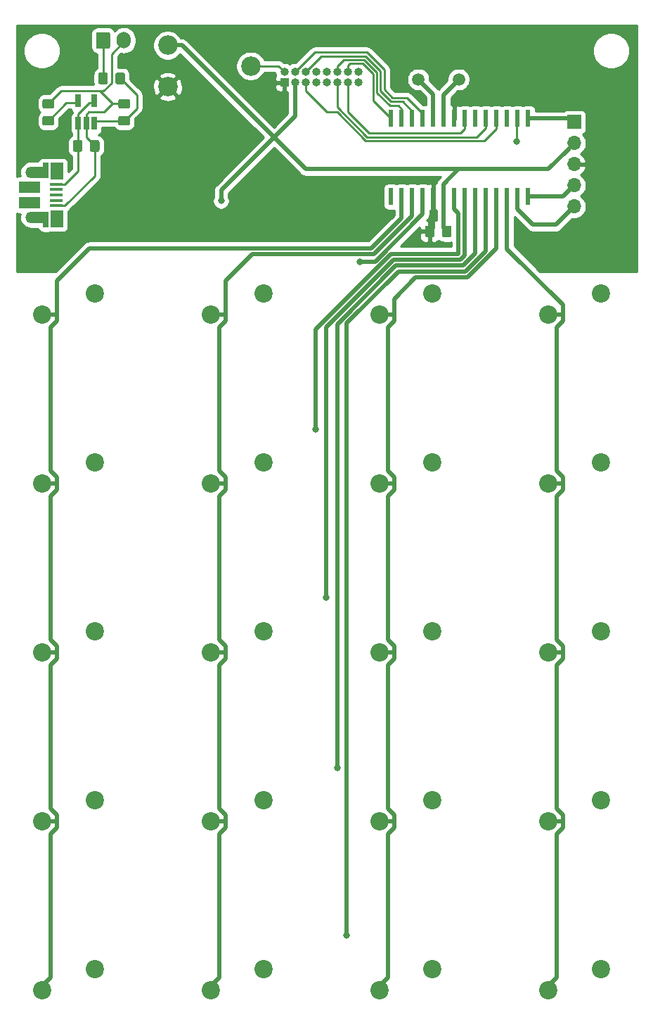
<source format=gtl>
G04 #@! TF.GenerationSoftware,KiCad,Pcbnew,5.1.5*
G04 #@! TF.CreationDate,2020-01-21T16:39:42-05:00*
G04 #@! TF.ProjectId,rpn_mxb,72706e5f-6d78-4622-9e6b-696361645f70,rev?*
G04 #@! TF.SameCoordinates,Original*
G04 #@! TF.FileFunction,Copper,L1,Top*
G04 #@! TF.FilePolarity,Positive*
%FSLAX46Y46*%
G04 Gerber Fmt 4.6, Leading zero omitted, Abs format (unit mm)*
G04 Created by KiCad (PCBNEW 5.1.5) date 2020-01-21 16:39:42*
%MOMM*%
%LPD*%
G04 APERTURE LIST*
%ADD10C,2.200000*%
%ADD11C,1.500000*%
%ADD12O,1.700000X1.700000*%
%ADD13R,1.700000X1.700000*%
%ADD14R,0.600000X2.000000*%
%ADD15C,2.340000*%
%ADD16O,1.000000X1.000000*%
%ADD17R,1.000000X1.000000*%
%ADD18C,0.100000*%
%ADD19O,1.700000X2.000000*%
%ADD20R,2.000000X1.350000*%
%ADD21R,0.700000X1.825000*%
%ADD22R,1.500000X2.000000*%
%ADD23R,1.650000X0.400000*%
%ADD24O,1.500000X1.100000*%
%ADD25O,1.700000X1.350000*%
%ADD26R,2.500000X1.430000*%
%ADD27R,0.650000X1.560000*%
%ADD28C,0.800000*%
%ADD29C,0.508000*%
%ADD30C,0.250000*%
%ADD31C,0.254000*%
G04 APERTURE END LIST*
D10*
X157480000Y-147320000D03*
X151130000Y-149860000D03*
D11*
X160709000Y-40259000D03*
X155829000Y-40259000D03*
D12*
X174599600Y-55549800D03*
X174599600Y-53009800D03*
X174599600Y-50469800D03*
X174599600Y-47929800D03*
D13*
X174599600Y-45389800D03*
D14*
X169037000Y-54357000D03*
X167767000Y-54357000D03*
X166497000Y-54357000D03*
X165227000Y-54357000D03*
X163957000Y-54357000D03*
X162687000Y-54357000D03*
X161417000Y-54357000D03*
X160147000Y-54357000D03*
X158877000Y-54357000D03*
X157607000Y-54357000D03*
X156337000Y-54357000D03*
X155067000Y-54357000D03*
X153797000Y-54357000D03*
X152527000Y-54357000D03*
X152527000Y-44957000D03*
X153797000Y-44957000D03*
X155067000Y-44957000D03*
X156337000Y-44957000D03*
X157607000Y-44957000D03*
X158877000Y-44957000D03*
X160147000Y-44957000D03*
X161417000Y-44957000D03*
X162687000Y-44957000D03*
X163957000Y-44957000D03*
X165227000Y-44957000D03*
X166497000Y-44957000D03*
X167767000Y-44957000D03*
X169037000Y-44957000D03*
D10*
X171450000Y-149860000D03*
X177800000Y-147320000D03*
X130810000Y-149860000D03*
X137160000Y-147320000D03*
X110490000Y-149860000D03*
X116840000Y-147320000D03*
X171450000Y-129540000D03*
X177800000Y-127000000D03*
X151130000Y-129540000D03*
X157480000Y-127000000D03*
X130810000Y-129540000D03*
X137160000Y-127000000D03*
X110490000Y-129540000D03*
X116840000Y-127000000D03*
X171450000Y-109220000D03*
X177800000Y-106680000D03*
X151130000Y-109220000D03*
X157480000Y-106680000D03*
X130810000Y-109220000D03*
X137160000Y-106680000D03*
X110490000Y-109220000D03*
X116840000Y-106680000D03*
X171450000Y-88900000D03*
X177800000Y-86360000D03*
X151130000Y-88900000D03*
X157480000Y-86360000D03*
X130810000Y-88900000D03*
X137160000Y-86360000D03*
X110490000Y-88900000D03*
X116840000Y-86360000D03*
X171450000Y-68580000D03*
X177800000Y-66040000D03*
X151130000Y-68580000D03*
X157480000Y-66040000D03*
X130810000Y-68580000D03*
X137160000Y-66040000D03*
X110490000Y-68580000D03*
X116840000Y-66040000D03*
D15*
X125636000Y-41148000D03*
X135636000Y-38648000D03*
X125636000Y-36148000D03*
D16*
X148590000Y-39370000D03*
X148590000Y-40640000D03*
X147320000Y-39370000D03*
X147320000Y-40640000D03*
X146050000Y-39370000D03*
X146050000Y-40640000D03*
X144780000Y-39370000D03*
X144780000Y-40640000D03*
X143510000Y-39370000D03*
X143510000Y-40640000D03*
X142240000Y-39370000D03*
X142240000Y-40640000D03*
X140970000Y-39370000D03*
X140970000Y-40640000D03*
X139700000Y-39370000D03*
D17*
X139700000Y-40640000D03*
G04 #@! TA.AperFunction,SMDPad,CuDef*
D18*
G36*
X159607505Y-57848204D02*
G01*
X159631773Y-57851804D01*
X159655572Y-57857765D01*
X159678671Y-57866030D01*
X159700850Y-57876520D01*
X159721893Y-57889132D01*
X159741599Y-57903747D01*
X159759777Y-57920223D01*
X159776253Y-57938401D01*
X159790868Y-57958107D01*
X159803480Y-57979150D01*
X159813970Y-58001329D01*
X159822235Y-58024428D01*
X159828196Y-58048227D01*
X159831796Y-58072495D01*
X159833000Y-58096999D01*
X159833000Y-58997001D01*
X159831796Y-59021505D01*
X159828196Y-59045773D01*
X159822235Y-59069572D01*
X159813970Y-59092671D01*
X159803480Y-59114850D01*
X159790868Y-59135893D01*
X159776253Y-59155599D01*
X159759777Y-59173777D01*
X159741599Y-59190253D01*
X159721893Y-59204868D01*
X159700850Y-59217480D01*
X159678671Y-59227970D01*
X159655572Y-59236235D01*
X159631773Y-59242196D01*
X159607505Y-59245796D01*
X159583001Y-59247000D01*
X158932999Y-59247000D01*
X158908495Y-59245796D01*
X158884227Y-59242196D01*
X158860428Y-59236235D01*
X158837329Y-59227970D01*
X158815150Y-59217480D01*
X158794107Y-59204868D01*
X158774401Y-59190253D01*
X158756223Y-59173777D01*
X158739747Y-59155599D01*
X158725132Y-59135893D01*
X158712520Y-59114850D01*
X158702030Y-59092671D01*
X158693765Y-59069572D01*
X158687804Y-59045773D01*
X158684204Y-59021505D01*
X158683000Y-58997001D01*
X158683000Y-58096999D01*
X158684204Y-58072495D01*
X158687804Y-58048227D01*
X158693765Y-58024428D01*
X158702030Y-58001329D01*
X158712520Y-57979150D01*
X158725132Y-57958107D01*
X158739747Y-57938401D01*
X158756223Y-57920223D01*
X158774401Y-57903747D01*
X158794107Y-57889132D01*
X158815150Y-57876520D01*
X158837329Y-57866030D01*
X158860428Y-57857765D01*
X158884227Y-57851804D01*
X158908495Y-57848204D01*
X158932999Y-57847000D01*
X159583001Y-57847000D01*
X159607505Y-57848204D01*
G37*
G04 #@! TD.AperFunction*
G04 #@! TA.AperFunction,SMDPad,CuDef*
G36*
X157557505Y-57848204D02*
G01*
X157581773Y-57851804D01*
X157605572Y-57857765D01*
X157628671Y-57866030D01*
X157650850Y-57876520D01*
X157671893Y-57889132D01*
X157691599Y-57903747D01*
X157709777Y-57920223D01*
X157726253Y-57938401D01*
X157740868Y-57958107D01*
X157753480Y-57979150D01*
X157763970Y-58001329D01*
X157772235Y-58024428D01*
X157778196Y-58048227D01*
X157781796Y-58072495D01*
X157783000Y-58096999D01*
X157783000Y-58997001D01*
X157781796Y-59021505D01*
X157778196Y-59045773D01*
X157772235Y-59069572D01*
X157763970Y-59092671D01*
X157753480Y-59114850D01*
X157740868Y-59135893D01*
X157726253Y-59155599D01*
X157709777Y-59173777D01*
X157691599Y-59190253D01*
X157671893Y-59204868D01*
X157650850Y-59217480D01*
X157628671Y-59227970D01*
X157605572Y-59236235D01*
X157581773Y-59242196D01*
X157557505Y-59245796D01*
X157533001Y-59247000D01*
X156882999Y-59247000D01*
X156858495Y-59245796D01*
X156834227Y-59242196D01*
X156810428Y-59236235D01*
X156787329Y-59227970D01*
X156765150Y-59217480D01*
X156744107Y-59204868D01*
X156724401Y-59190253D01*
X156706223Y-59173777D01*
X156689747Y-59155599D01*
X156675132Y-59135893D01*
X156662520Y-59114850D01*
X156652030Y-59092671D01*
X156643765Y-59069572D01*
X156637804Y-59045773D01*
X156634204Y-59021505D01*
X156633000Y-58997001D01*
X156633000Y-58096999D01*
X156634204Y-58072495D01*
X156637804Y-58048227D01*
X156643765Y-58024428D01*
X156652030Y-58001329D01*
X156662520Y-57979150D01*
X156675132Y-57958107D01*
X156689747Y-57938401D01*
X156706223Y-57920223D01*
X156724401Y-57903747D01*
X156744107Y-57889132D01*
X156765150Y-57876520D01*
X156787329Y-57866030D01*
X156810428Y-57857765D01*
X156834227Y-57851804D01*
X156858495Y-57848204D01*
X156882999Y-57847000D01*
X157533001Y-57847000D01*
X157557505Y-57848204D01*
G37*
G04 #@! TD.AperFunction*
G04 #@! TA.AperFunction,ComponentPad*
G36*
X118480504Y-34561204D02*
G01*
X118504773Y-34564804D01*
X118528571Y-34570765D01*
X118551671Y-34579030D01*
X118573849Y-34589520D01*
X118594893Y-34602133D01*
X118614598Y-34616747D01*
X118632777Y-34633223D01*
X118649253Y-34651402D01*
X118663867Y-34671107D01*
X118676480Y-34692151D01*
X118686970Y-34714329D01*
X118695235Y-34737429D01*
X118701196Y-34761227D01*
X118704796Y-34785496D01*
X118706000Y-34810000D01*
X118706000Y-36310000D01*
X118704796Y-36334504D01*
X118701196Y-36358773D01*
X118695235Y-36382571D01*
X118686970Y-36405671D01*
X118676480Y-36427849D01*
X118663867Y-36448893D01*
X118649253Y-36468598D01*
X118632777Y-36486777D01*
X118614598Y-36503253D01*
X118594893Y-36517867D01*
X118573849Y-36530480D01*
X118551671Y-36540970D01*
X118528571Y-36549235D01*
X118504773Y-36555196D01*
X118480504Y-36558796D01*
X118456000Y-36560000D01*
X117256000Y-36560000D01*
X117231496Y-36558796D01*
X117207227Y-36555196D01*
X117183429Y-36549235D01*
X117160329Y-36540970D01*
X117138151Y-36530480D01*
X117117107Y-36517867D01*
X117097402Y-36503253D01*
X117079223Y-36486777D01*
X117062747Y-36468598D01*
X117048133Y-36448893D01*
X117035520Y-36427849D01*
X117025030Y-36405671D01*
X117016765Y-36382571D01*
X117010804Y-36358773D01*
X117007204Y-36334504D01*
X117006000Y-36310000D01*
X117006000Y-34810000D01*
X117007204Y-34785496D01*
X117010804Y-34761227D01*
X117016765Y-34737429D01*
X117025030Y-34714329D01*
X117035520Y-34692151D01*
X117048133Y-34671107D01*
X117062747Y-34651402D01*
X117079223Y-34633223D01*
X117097402Y-34616747D01*
X117117107Y-34602133D01*
X117138151Y-34589520D01*
X117160329Y-34579030D01*
X117183429Y-34570765D01*
X117207227Y-34564804D01*
X117231496Y-34561204D01*
X117256000Y-34560000D01*
X118456000Y-34560000D01*
X118480504Y-34561204D01*
G37*
G04 #@! TD.AperFunction*
D19*
X120356000Y-35560000D03*
G04 #@! TA.AperFunction,SMDPad,CuDef*
D18*
G36*
X117198505Y-47561204D02*
G01*
X117222773Y-47564804D01*
X117246572Y-47570765D01*
X117269671Y-47579030D01*
X117291850Y-47589520D01*
X117312893Y-47602132D01*
X117332599Y-47616747D01*
X117350777Y-47633223D01*
X117367253Y-47651401D01*
X117381868Y-47671107D01*
X117394480Y-47692150D01*
X117404970Y-47714329D01*
X117413235Y-47737428D01*
X117419196Y-47761227D01*
X117422796Y-47785495D01*
X117424000Y-47809999D01*
X117424000Y-48710001D01*
X117422796Y-48734505D01*
X117419196Y-48758773D01*
X117413235Y-48782572D01*
X117404970Y-48805671D01*
X117394480Y-48827850D01*
X117381868Y-48848893D01*
X117367253Y-48868599D01*
X117350777Y-48886777D01*
X117332599Y-48903253D01*
X117312893Y-48917868D01*
X117291850Y-48930480D01*
X117269671Y-48940970D01*
X117246572Y-48949235D01*
X117222773Y-48955196D01*
X117198505Y-48958796D01*
X117174001Y-48960000D01*
X116523999Y-48960000D01*
X116499495Y-48958796D01*
X116475227Y-48955196D01*
X116451428Y-48949235D01*
X116428329Y-48940970D01*
X116406150Y-48930480D01*
X116385107Y-48917868D01*
X116365401Y-48903253D01*
X116347223Y-48886777D01*
X116330747Y-48868599D01*
X116316132Y-48848893D01*
X116303520Y-48827850D01*
X116293030Y-48805671D01*
X116284765Y-48782572D01*
X116278804Y-48758773D01*
X116275204Y-48734505D01*
X116274000Y-48710001D01*
X116274000Y-47809999D01*
X116275204Y-47785495D01*
X116278804Y-47761227D01*
X116284765Y-47737428D01*
X116293030Y-47714329D01*
X116303520Y-47692150D01*
X116316132Y-47671107D01*
X116330747Y-47651401D01*
X116347223Y-47633223D01*
X116365401Y-47616747D01*
X116385107Y-47602132D01*
X116406150Y-47589520D01*
X116428329Y-47579030D01*
X116451428Y-47570765D01*
X116475227Y-47564804D01*
X116499495Y-47561204D01*
X116523999Y-47560000D01*
X117174001Y-47560000D01*
X117198505Y-47561204D01*
G37*
G04 #@! TD.AperFunction*
G04 #@! TA.AperFunction,SMDPad,CuDef*
G36*
X115148505Y-47561204D02*
G01*
X115172773Y-47564804D01*
X115196572Y-47570765D01*
X115219671Y-47579030D01*
X115241850Y-47589520D01*
X115262893Y-47602132D01*
X115282599Y-47616747D01*
X115300777Y-47633223D01*
X115317253Y-47651401D01*
X115331868Y-47671107D01*
X115344480Y-47692150D01*
X115354970Y-47714329D01*
X115363235Y-47737428D01*
X115369196Y-47761227D01*
X115372796Y-47785495D01*
X115374000Y-47809999D01*
X115374000Y-48710001D01*
X115372796Y-48734505D01*
X115369196Y-48758773D01*
X115363235Y-48782572D01*
X115354970Y-48805671D01*
X115344480Y-48827850D01*
X115331868Y-48848893D01*
X115317253Y-48868599D01*
X115300777Y-48886777D01*
X115282599Y-48903253D01*
X115262893Y-48917868D01*
X115241850Y-48930480D01*
X115219671Y-48940970D01*
X115196572Y-48949235D01*
X115172773Y-48955196D01*
X115148505Y-48958796D01*
X115124001Y-48960000D01*
X114473999Y-48960000D01*
X114449495Y-48958796D01*
X114425227Y-48955196D01*
X114401428Y-48949235D01*
X114378329Y-48940970D01*
X114356150Y-48930480D01*
X114335107Y-48917868D01*
X114315401Y-48903253D01*
X114297223Y-48886777D01*
X114280747Y-48868599D01*
X114266132Y-48848893D01*
X114253520Y-48827850D01*
X114243030Y-48805671D01*
X114234765Y-48782572D01*
X114228804Y-48758773D01*
X114225204Y-48734505D01*
X114224000Y-48710001D01*
X114224000Y-47809999D01*
X114225204Y-47785495D01*
X114228804Y-47761227D01*
X114234765Y-47737428D01*
X114243030Y-47714329D01*
X114253520Y-47692150D01*
X114266132Y-47671107D01*
X114280747Y-47651401D01*
X114297223Y-47633223D01*
X114315401Y-47616747D01*
X114335107Y-47602132D01*
X114356150Y-47589520D01*
X114378329Y-47579030D01*
X114401428Y-47570765D01*
X114425227Y-47564804D01*
X114449495Y-47561204D01*
X114473999Y-47560000D01*
X115124001Y-47560000D01*
X115148505Y-47561204D01*
G37*
G04 #@! TD.AperFunction*
G04 #@! TA.AperFunction,SMDPad,CuDef*
G36*
X120870505Y-44656204D02*
G01*
X120894773Y-44659804D01*
X120918572Y-44665765D01*
X120941671Y-44674030D01*
X120963850Y-44684520D01*
X120984893Y-44697132D01*
X121004599Y-44711747D01*
X121022777Y-44728223D01*
X121039253Y-44746401D01*
X121053868Y-44766107D01*
X121066480Y-44787150D01*
X121076970Y-44809329D01*
X121085235Y-44832428D01*
X121091196Y-44856227D01*
X121094796Y-44880495D01*
X121096000Y-44904999D01*
X121096000Y-45555001D01*
X121094796Y-45579505D01*
X121091196Y-45603773D01*
X121085235Y-45627572D01*
X121076970Y-45650671D01*
X121066480Y-45672850D01*
X121053868Y-45693893D01*
X121039253Y-45713599D01*
X121022777Y-45731777D01*
X121004599Y-45748253D01*
X120984893Y-45762868D01*
X120963850Y-45775480D01*
X120941671Y-45785970D01*
X120918572Y-45794235D01*
X120894773Y-45800196D01*
X120870505Y-45803796D01*
X120846001Y-45805000D01*
X119945999Y-45805000D01*
X119921495Y-45803796D01*
X119897227Y-45800196D01*
X119873428Y-45794235D01*
X119850329Y-45785970D01*
X119828150Y-45775480D01*
X119807107Y-45762868D01*
X119787401Y-45748253D01*
X119769223Y-45731777D01*
X119752747Y-45713599D01*
X119738132Y-45693893D01*
X119725520Y-45672850D01*
X119715030Y-45650671D01*
X119706765Y-45627572D01*
X119700804Y-45603773D01*
X119697204Y-45579505D01*
X119696000Y-45555001D01*
X119696000Y-44904999D01*
X119697204Y-44880495D01*
X119700804Y-44856227D01*
X119706765Y-44832428D01*
X119715030Y-44809329D01*
X119725520Y-44787150D01*
X119738132Y-44766107D01*
X119752747Y-44746401D01*
X119769223Y-44728223D01*
X119787401Y-44711747D01*
X119807107Y-44697132D01*
X119828150Y-44684520D01*
X119850329Y-44674030D01*
X119873428Y-44665765D01*
X119897227Y-44659804D01*
X119921495Y-44656204D01*
X119945999Y-44655000D01*
X120846001Y-44655000D01*
X120870505Y-44656204D01*
G37*
G04 #@! TD.AperFunction*
G04 #@! TA.AperFunction,SMDPad,CuDef*
G36*
X120870505Y-42606204D02*
G01*
X120894773Y-42609804D01*
X120918572Y-42615765D01*
X120941671Y-42624030D01*
X120963850Y-42634520D01*
X120984893Y-42647132D01*
X121004599Y-42661747D01*
X121022777Y-42678223D01*
X121039253Y-42696401D01*
X121053868Y-42716107D01*
X121066480Y-42737150D01*
X121076970Y-42759329D01*
X121085235Y-42782428D01*
X121091196Y-42806227D01*
X121094796Y-42830495D01*
X121096000Y-42854999D01*
X121096000Y-43505001D01*
X121094796Y-43529505D01*
X121091196Y-43553773D01*
X121085235Y-43577572D01*
X121076970Y-43600671D01*
X121066480Y-43622850D01*
X121053868Y-43643893D01*
X121039253Y-43663599D01*
X121022777Y-43681777D01*
X121004599Y-43698253D01*
X120984893Y-43712868D01*
X120963850Y-43725480D01*
X120941671Y-43735970D01*
X120918572Y-43744235D01*
X120894773Y-43750196D01*
X120870505Y-43753796D01*
X120846001Y-43755000D01*
X119945999Y-43755000D01*
X119921495Y-43753796D01*
X119897227Y-43750196D01*
X119873428Y-43744235D01*
X119850329Y-43735970D01*
X119828150Y-43725480D01*
X119807107Y-43712868D01*
X119787401Y-43698253D01*
X119769223Y-43681777D01*
X119752747Y-43663599D01*
X119738132Y-43643893D01*
X119725520Y-43622850D01*
X119715030Y-43600671D01*
X119706765Y-43577572D01*
X119700804Y-43553773D01*
X119697204Y-43529505D01*
X119696000Y-43505001D01*
X119696000Y-42854999D01*
X119697204Y-42830495D01*
X119700804Y-42806227D01*
X119706765Y-42782428D01*
X119715030Y-42759329D01*
X119725520Y-42737150D01*
X119738132Y-42716107D01*
X119752747Y-42696401D01*
X119769223Y-42678223D01*
X119787401Y-42661747D01*
X119807107Y-42647132D01*
X119828150Y-42634520D01*
X119850329Y-42624030D01*
X119873428Y-42615765D01*
X119897227Y-42609804D01*
X119921495Y-42606204D01*
X119945999Y-42605000D01*
X120846001Y-42605000D01*
X120870505Y-42606204D01*
G37*
G04 #@! TD.AperFunction*
D20*
X110236000Y-56896000D03*
X110236000Y-51416000D03*
D21*
X110986000Y-51196000D03*
X110986000Y-57146000D03*
D22*
X112286000Y-51296000D03*
X112306000Y-57046000D03*
D23*
X112186000Y-52846000D03*
X112186000Y-53496000D03*
X112186000Y-54146000D03*
X112186000Y-54796000D03*
X112186000Y-55446000D03*
D24*
X112306000Y-51726000D03*
X112306000Y-56566000D03*
D25*
X109306000Y-51416000D03*
X109306000Y-56876000D03*
D26*
X109036000Y-53186000D03*
X109036000Y-55106000D03*
G04 #@! TA.AperFunction,SMDPad,CuDef*
D18*
G36*
X118205505Y-39433204D02*
G01*
X118229773Y-39436804D01*
X118253572Y-39442765D01*
X118276671Y-39451030D01*
X118298850Y-39461520D01*
X118319893Y-39474132D01*
X118339599Y-39488747D01*
X118357777Y-39505223D01*
X118374253Y-39523401D01*
X118388868Y-39543107D01*
X118401480Y-39564150D01*
X118411970Y-39586329D01*
X118420235Y-39609428D01*
X118426196Y-39633227D01*
X118429796Y-39657495D01*
X118431000Y-39681999D01*
X118431000Y-40582001D01*
X118429796Y-40606505D01*
X118426196Y-40630773D01*
X118420235Y-40654572D01*
X118411970Y-40677671D01*
X118401480Y-40699850D01*
X118388868Y-40720893D01*
X118374253Y-40740599D01*
X118357777Y-40758777D01*
X118339599Y-40775253D01*
X118319893Y-40789868D01*
X118298850Y-40802480D01*
X118276671Y-40812970D01*
X118253572Y-40821235D01*
X118229773Y-40827196D01*
X118205505Y-40830796D01*
X118181001Y-40832000D01*
X117530999Y-40832000D01*
X117506495Y-40830796D01*
X117482227Y-40827196D01*
X117458428Y-40821235D01*
X117435329Y-40812970D01*
X117413150Y-40802480D01*
X117392107Y-40789868D01*
X117372401Y-40775253D01*
X117354223Y-40758777D01*
X117337747Y-40740599D01*
X117323132Y-40720893D01*
X117310520Y-40699850D01*
X117300030Y-40677671D01*
X117291765Y-40654572D01*
X117285804Y-40630773D01*
X117282204Y-40606505D01*
X117281000Y-40582001D01*
X117281000Y-39681999D01*
X117282204Y-39657495D01*
X117285804Y-39633227D01*
X117291765Y-39609428D01*
X117300030Y-39586329D01*
X117310520Y-39564150D01*
X117323132Y-39543107D01*
X117337747Y-39523401D01*
X117354223Y-39505223D01*
X117372401Y-39488747D01*
X117392107Y-39474132D01*
X117413150Y-39461520D01*
X117435329Y-39451030D01*
X117458428Y-39442765D01*
X117482227Y-39436804D01*
X117506495Y-39433204D01*
X117530999Y-39432000D01*
X118181001Y-39432000D01*
X118205505Y-39433204D01*
G37*
G04 #@! TD.AperFunction*
G04 #@! TA.AperFunction,SMDPad,CuDef*
G36*
X120255505Y-39433204D02*
G01*
X120279773Y-39436804D01*
X120303572Y-39442765D01*
X120326671Y-39451030D01*
X120348850Y-39461520D01*
X120369893Y-39474132D01*
X120389599Y-39488747D01*
X120407777Y-39505223D01*
X120424253Y-39523401D01*
X120438868Y-39543107D01*
X120451480Y-39564150D01*
X120461970Y-39586329D01*
X120470235Y-39609428D01*
X120476196Y-39633227D01*
X120479796Y-39657495D01*
X120481000Y-39681999D01*
X120481000Y-40582001D01*
X120479796Y-40606505D01*
X120476196Y-40630773D01*
X120470235Y-40654572D01*
X120461970Y-40677671D01*
X120451480Y-40699850D01*
X120438868Y-40720893D01*
X120424253Y-40740599D01*
X120407777Y-40758777D01*
X120389599Y-40775253D01*
X120369893Y-40789868D01*
X120348850Y-40802480D01*
X120326671Y-40812970D01*
X120303572Y-40821235D01*
X120279773Y-40827196D01*
X120255505Y-40830796D01*
X120231001Y-40832000D01*
X119580999Y-40832000D01*
X119556495Y-40830796D01*
X119532227Y-40827196D01*
X119508428Y-40821235D01*
X119485329Y-40812970D01*
X119463150Y-40802480D01*
X119442107Y-40789868D01*
X119422401Y-40775253D01*
X119404223Y-40758777D01*
X119387747Y-40740599D01*
X119373132Y-40720893D01*
X119360520Y-40699850D01*
X119350030Y-40677671D01*
X119341765Y-40654572D01*
X119335804Y-40630773D01*
X119332204Y-40606505D01*
X119331000Y-40582001D01*
X119331000Y-39681999D01*
X119332204Y-39657495D01*
X119335804Y-39633227D01*
X119341765Y-39609428D01*
X119350030Y-39586329D01*
X119360520Y-39564150D01*
X119373132Y-39543107D01*
X119387747Y-39523401D01*
X119404223Y-39505223D01*
X119422401Y-39488747D01*
X119442107Y-39474132D01*
X119463150Y-39461520D01*
X119485329Y-39451030D01*
X119508428Y-39442765D01*
X119532227Y-39436804D01*
X119556495Y-39433204D01*
X119580999Y-39432000D01*
X120231001Y-39432000D01*
X120255505Y-39433204D01*
G37*
G04 #@! TD.AperFunction*
G04 #@! TA.AperFunction,SMDPad,CuDef*
G36*
X111726505Y-42606204D02*
G01*
X111750773Y-42609804D01*
X111774572Y-42615765D01*
X111797671Y-42624030D01*
X111819850Y-42634520D01*
X111840893Y-42647132D01*
X111860599Y-42661747D01*
X111878777Y-42678223D01*
X111895253Y-42696401D01*
X111909868Y-42716107D01*
X111922480Y-42737150D01*
X111932970Y-42759329D01*
X111941235Y-42782428D01*
X111947196Y-42806227D01*
X111950796Y-42830495D01*
X111952000Y-42854999D01*
X111952000Y-43505001D01*
X111950796Y-43529505D01*
X111947196Y-43553773D01*
X111941235Y-43577572D01*
X111932970Y-43600671D01*
X111922480Y-43622850D01*
X111909868Y-43643893D01*
X111895253Y-43663599D01*
X111878777Y-43681777D01*
X111860599Y-43698253D01*
X111840893Y-43712868D01*
X111819850Y-43725480D01*
X111797671Y-43735970D01*
X111774572Y-43744235D01*
X111750773Y-43750196D01*
X111726505Y-43753796D01*
X111702001Y-43755000D01*
X110801999Y-43755000D01*
X110777495Y-43753796D01*
X110753227Y-43750196D01*
X110729428Y-43744235D01*
X110706329Y-43735970D01*
X110684150Y-43725480D01*
X110663107Y-43712868D01*
X110643401Y-43698253D01*
X110625223Y-43681777D01*
X110608747Y-43663599D01*
X110594132Y-43643893D01*
X110581520Y-43622850D01*
X110571030Y-43600671D01*
X110562765Y-43577572D01*
X110556804Y-43553773D01*
X110553204Y-43529505D01*
X110552000Y-43505001D01*
X110552000Y-42854999D01*
X110553204Y-42830495D01*
X110556804Y-42806227D01*
X110562765Y-42782428D01*
X110571030Y-42759329D01*
X110581520Y-42737150D01*
X110594132Y-42716107D01*
X110608747Y-42696401D01*
X110625223Y-42678223D01*
X110643401Y-42661747D01*
X110663107Y-42647132D01*
X110684150Y-42634520D01*
X110706329Y-42624030D01*
X110729428Y-42615765D01*
X110753227Y-42609804D01*
X110777495Y-42606204D01*
X110801999Y-42605000D01*
X111702001Y-42605000D01*
X111726505Y-42606204D01*
G37*
G04 #@! TD.AperFunction*
G04 #@! TA.AperFunction,SMDPad,CuDef*
G36*
X111726505Y-44656204D02*
G01*
X111750773Y-44659804D01*
X111774572Y-44665765D01*
X111797671Y-44674030D01*
X111819850Y-44684520D01*
X111840893Y-44697132D01*
X111860599Y-44711747D01*
X111878777Y-44728223D01*
X111895253Y-44746401D01*
X111909868Y-44766107D01*
X111922480Y-44787150D01*
X111932970Y-44809329D01*
X111941235Y-44832428D01*
X111947196Y-44856227D01*
X111950796Y-44880495D01*
X111952000Y-44904999D01*
X111952000Y-45555001D01*
X111950796Y-45579505D01*
X111947196Y-45603773D01*
X111941235Y-45627572D01*
X111932970Y-45650671D01*
X111922480Y-45672850D01*
X111909868Y-45693893D01*
X111895253Y-45713599D01*
X111878777Y-45731777D01*
X111860599Y-45748253D01*
X111840893Y-45762868D01*
X111819850Y-45775480D01*
X111797671Y-45785970D01*
X111774572Y-45794235D01*
X111750773Y-45800196D01*
X111726505Y-45803796D01*
X111702001Y-45805000D01*
X110801999Y-45805000D01*
X110777495Y-45803796D01*
X110753227Y-45800196D01*
X110729428Y-45794235D01*
X110706329Y-45785970D01*
X110684150Y-45775480D01*
X110663107Y-45762868D01*
X110643401Y-45748253D01*
X110625223Y-45731777D01*
X110608747Y-45713599D01*
X110594132Y-45693893D01*
X110581520Y-45672850D01*
X110571030Y-45650671D01*
X110562765Y-45627572D01*
X110556804Y-45603773D01*
X110553204Y-45579505D01*
X110552000Y-45555001D01*
X110552000Y-44904999D01*
X110553204Y-44880495D01*
X110556804Y-44856227D01*
X110562765Y-44832428D01*
X110571030Y-44809329D01*
X110581520Y-44787150D01*
X110594132Y-44766107D01*
X110608747Y-44746401D01*
X110625223Y-44728223D01*
X110643401Y-44711747D01*
X110663107Y-44697132D01*
X110684150Y-44684520D01*
X110706329Y-44674030D01*
X110729428Y-44665765D01*
X110753227Y-44659804D01*
X110777495Y-44656204D01*
X110801999Y-44655000D01*
X111702001Y-44655000D01*
X111726505Y-44656204D01*
G37*
G04 #@! TD.AperFunction*
D27*
X114874000Y-45546000D03*
X115824000Y-45546000D03*
X116774000Y-45546000D03*
X116774000Y-42846000D03*
X114874000Y-42846000D03*
D28*
X132080000Y-54864000D03*
X122402600Y-53340000D03*
X148780500Y-62166500D03*
X143446500Y-82359500D03*
X144716500Y-102616000D03*
X146050000Y-123063000D03*
X147193000Y-143256000D03*
X167640000Y-47752000D03*
D29*
X158877000Y-58166000D02*
X159258000Y-58547000D01*
X158877000Y-54357000D02*
X158877000Y-58166000D01*
X173749601Y-48779799D02*
X174599600Y-47929800D01*
X160672000Y-51054000D02*
X171475400Y-51054000D01*
X171475400Y-51054000D02*
X173749601Y-48779799D01*
X158877000Y-54357000D02*
X158877000Y-52849000D01*
X158877000Y-52849000D02*
X160672000Y-51054000D01*
X142240000Y-51054000D02*
X160672000Y-51054000D01*
X125636000Y-36148000D02*
X127334000Y-36148000D01*
X140970000Y-44704000D02*
X138430000Y-47244000D01*
X140970000Y-40640000D02*
X140970000Y-44704000D01*
X127334000Y-36148000D02*
X138430000Y-47244000D01*
X138430000Y-47244000D02*
X142240000Y-51054000D01*
X132080000Y-53594000D02*
X138430000Y-47244000D01*
X132080000Y-54864000D02*
X132080000Y-53594000D01*
X157607000Y-58148000D02*
X157208000Y-58547000D01*
X157607000Y-54357000D02*
X157607000Y-58148000D01*
D30*
X150368000Y-42798000D02*
X152527000Y-44957000D01*
X147320000Y-38608000D02*
X147574000Y-38354000D01*
X147320000Y-39370000D02*
X147320000Y-38608000D01*
X149098000Y-38354000D02*
X150368000Y-39624000D01*
X147574000Y-38354000D02*
X149098000Y-38354000D01*
X150368000Y-39624000D02*
X150368000Y-42798000D01*
X147320000Y-40640000D02*
X147320000Y-44196000D01*
X147320000Y-44196000D02*
X149860000Y-46736000D01*
X161417000Y-46207000D02*
X161417000Y-44957000D01*
X160888000Y-46736000D02*
X161417000Y-46207000D01*
X149860000Y-46736000D02*
X160888000Y-46736000D01*
X153797000Y-44831000D02*
X153797000Y-44957000D01*
X153797000Y-43815000D02*
X153797000Y-44831000D01*
X153416000Y-43434000D02*
X153797000Y-43815000D01*
X150818010Y-41852010D02*
X152400000Y-43434000D01*
X146808904Y-37903990D02*
X149284401Y-37903991D01*
X146050000Y-39370000D02*
X146050000Y-38662894D01*
X152400000Y-43434000D02*
X153416000Y-43434000D01*
X149284401Y-37903991D02*
X150818010Y-39437600D01*
X146050000Y-38662894D02*
X146808904Y-37903990D01*
X150818010Y-39437600D02*
X150818010Y-41852010D01*
X163957000Y-46101000D02*
X163957000Y-44957000D01*
X162871990Y-47186010D02*
X163957000Y-46101000D01*
X149673600Y-47186010D02*
X162871990Y-47186010D01*
X146050000Y-40640000D02*
X146050000Y-43562410D01*
X146050000Y-43562410D02*
X149673600Y-47186010D01*
X155067000Y-44069000D02*
X155067000Y-44957000D01*
X153924000Y-42926000D02*
X155067000Y-44069000D01*
X152528410Y-42926000D02*
X153924000Y-42926000D01*
X144156019Y-37453981D02*
X149470802Y-37453982D01*
X142240000Y-39370000D02*
X144156019Y-37453981D01*
X151268020Y-39251200D02*
X151268020Y-41665610D01*
X149470802Y-37453982D02*
X151268020Y-39251200D01*
X151268020Y-41665610D02*
X152528410Y-42926000D01*
X142240000Y-40640000D02*
X142240000Y-41656000D01*
X146047180Y-44196000D02*
X149487200Y-47636020D01*
X142240000Y-41656000D02*
X144780000Y-44196000D01*
X144780000Y-44196000D02*
X146047180Y-44196000D01*
X165227000Y-46207000D02*
X165227000Y-44957000D01*
X163797981Y-47636019D02*
X165227000Y-46207000D01*
X149487200Y-47636020D02*
X163797981Y-47636019D01*
X156337000Y-44323000D02*
X156337000Y-44957000D01*
X154489990Y-42475990D02*
X156337000Y-44323000D01*
X152714810Y-42475990D02*
X154489990Y-42475990D01*
X143336028Y-37003972D02*
X149657203Y-37003973D01*
X149657203Y-37003973D02*
X151718030Y-39064800D01*
X151718030Y-39064800D02*
X151718030Y-41479210D01*
X140970000Y-39370000D02*
X143336028Y-37003972D01*
X151718030Y-41479210D02*
X152714810Y-42475990D01*
X138978000Y-38648000D02*
X139700000Y-39370000D01*
X135636000Y-38648000D02*
X138978000Y-38648000D01*
D29*
X150622000Y-62166500D02*
X148780500Y-62166500D01*
X156337000Y-54357000D02*
X156337000Y-56451500D01*
X156337000Y-56451500D02*
X150622000Y-62166500D01*
X152550380Y-61239398D02*
X160612290Y-61239398D01*
X143446500Y-70343278D02*
X152550380Y-61239398D01*
X160655000Y-61196688D02*
X160655000Y-56373000D01*
X160655000Y-56373000D02*
X160147000Y-55865000D01*
X143446500Y-82359500D02*
X143446500Y-70343278D01*
X160612290Y-61239398D02*
X160655000Y-61196688D01*
X160147000Y-55865000D02*
X160147000Y-54357000D01*
X144716500Y-102616000D02*
X144716500Y-70074556D01*
X161417000Y-61435966D02*
X161417000Y-55865000D01*
X152843647Y-61947409D02*
X160905557Y-61947409D01*
X160905557Y-61947409D02*
X161417000Y-61435966D01*
X161417000Y-55865000D02*
X161417000Y-54357000D01*
X144716500Y-70074556D02*
X152843647Y-61947409D01*
X162687000Y-55865000D02*
X162687000Y-54357000D01*
X161198824Y-62655420D02*
X162687000Y-61167244D01*
X153136914Y-62655420D02*
X161198824Y-62655420D01*
X146050000Y-123063000D02*
X146050000Y-69742334D01*
X162687000Y-61167244D02*
X162687000Y-55865000D01*
X146050000Y-69742334D02*
X153136914Y-62655420D01*
X147193000Y-143256000D02*
X147193000Y-69600612D01*
X147193000Y-69600612D02*
X153430181Y-63363431D01*
X161492091Y-63363431D02*
X163957000Y-60898522D01*
X163957000Y-55865000D02*
X163957000Y-54357000D01*
X163957000Y-60898522D02*
X163957000Y-55865000D01*
X153430181Y-63363431D02*
X161492091Y-63363431D01*
X167767000Y-55865000D02*
X169636200Y-57734200D01*
X167767000Y-54357000D02*
X167767000Y-55865000D01*
X172415200Y-57734200D02*
X174599600Y-55549800D01*
X169636200Y-57734200D02*
X172415200Y-57734200D01*
X173252400Y-54357000D02*
X174599600Y-53009800D01*
X169037000Y-54357000D02*
X173252400Y-54357000D01*
X174166800Y-44957000D02*
X174599600Y-45389800D01*
X169037000Y-44957000D02*
X174166800Y-44957000D01*
X110490000Y-88900000D02*
X112045634Y-88900000D01*
X111506000Y-70104000D02*
X111506000Y-87376000D01*
X112268000Y-128778000D02*
X111506000Y-128016000D01*
X112045634Y-68580000D02*
X112268000Y-68580000D01*
X111506000Y-110744000D02*
X112268000Y-109982000D01*
X112045634Y-129540000D02*
X112268000Y-129540000D01*
X112268000Y-69342000D02*
X111506000Y-70104000D01*
X111506000Y-90424000D02*
X112268000Y-89662000D01*
X112268000Y-129540000D02*
X112268000Y-128778000D01*
X110490000Y-109220000D02*
X112045634Y-109220000D01*
X112268000Y-88138000D02*
X112268000Y-88900000D01*
X112268000Y-108458000D02*
X111506000Y-107696000D01*
X112268000Y-109220000D02*
X112268000Y-108458000D01*
X112268000Y-109982000D02*
X112268000Y-109220000D01*
X112045634Y-109220000D02*
X112268000Y-109220000D01*
X111506000Y-148336000D02*
X111506000Y-131064000D01*
X111506000Y-107696000D02*
X111506000Y-90424000D01*
X112268000Y-68580000D02*
X112268000Y-69342000D01*
X112268000Y-130302000D02*
X112268000Y-129540000D01*
X110490000Y-68580000D02*
X112045634Y-68580000D01*
X110490000Y-149352000D02*
X111506000Y-148336000D01*
X111506000Y-131064000D02*
X112268000Y-130302000D01*
X112268000Y-89662000D02*
X112268000Y-88900000D01*
X111506000Y-87376000D02*
X112268000Y-88138000D01*
X112268000Y-64516000D02*
X112268000Y-68580000D01*
X111506000Y-128016000D02*
X111506000Y-110744000D01*
X112045634Y-88900000D02*
X112268000Y-88900000D01*
X116201810Y-60582190D02*
X135520533Y-60582190D01*
X112268000Y-64516000D02*
X116201810Y-60582190D01*
X153797000Y-54357000D02*
X153797000Y-56961524D01*
X150176334Y-60582190D02*
X148453490Y-60582190D01*
X153797000Y-56961524D02*
X150176334Y-60582190D01*
X135520533Y-60582190D02*
X148453490Y-60582190D01*
X148453490Y-60582190D02*
X148540534Y-60582190D01*
X110490000Y-129540000D02*
X112268000Y-129540000D01*
X132588000Y-88138000D02*
X132588000Y-88900000D01*
X130810000Y-88900000D02*
X132365634Y-88900000D01*
X130810000Y-68580000D02*
X132365634Y-68580000D01*
X131826000Y-70104000D02*
X131826000Y-87376000D01*
X132588000Y-68580000D02*
X132588000Y-69342000D01*
X132588000Y-109982000D02*
X132588000Y-109220000D01*
X132365634Y-129540000D02*
X132588000Y-129540000D01*
X132365634Y-109220000D02*
X132588000Y-109220000D01*
X131826000Y-90424000D02*
X132588000Y-89662000D01*
X132588000Y-69342000D02*
X131826000Y-70104000D01*
X131826000Y-110744000D02*
X132588000Y-109982000D01*
X131826000Y-87376000D02*
X132588000Y-88138000D01*
X132588000Y-128778000D02*
X131826000Y-128016000D01*
X132588000Y-108458000D02*
X131826000Y-107696000D01*
X132365634Y-88900000D02*
X132588000Y-88900000D01*
X132365634Y-68580000D02*
X132588000Y-68580000D01*
X131826000Y-148336000D02*
X131826000Y-131064000D01*
X132588000Y-109220000D02*
X132588000Y-108458000D01*
X132588000Y-89662000D02*
X132588000Y-88900000D01*
X130810000Y-109220000D02*
X132365634Y-109220000D01*
X131826000Y-128016000D02*
X131826000Y-110744000D01*
X130810000Y-149352000D02*
X131826000Y-148336000D01*
X132588000Y-129540000D02*
X132588000Y-128778000D01*
X131826000Y-131064000D02*
X132588000Y-130302000D01*
X131826000Y-107696000D02*
X131826000Y-90424000D01*
X132588000Y-130302000D02*
X132588000Y-129540000D01*
X135813800Y-61290200D02*
X132588000Y-64516000D01*
X150469600Y-61290200D02*
X135813800Y-61290200D01*
X155067000Y-54357000D02*
X155067000Y-56692800D01*
X132588000Y-64516000D02*
X132588000Y-68580000D01*
X155067000Y-56692800D02*
X150469600Y-61290200D01*
X130810000Y-129540000D02*
X132588000Y-129540000D01*
X151130000Y-68580000D02*
X152685634Y-68580000D01*
X152908000Y-88138000D02*
X152908000Y-88900000D01*
X152908000Y-109220000D02*
X152908000Y-108458000D01*
X152146000Y-128016000D02*
X152146000Y-110744000D01*
X152146000Y-110744000D02*
X152908000Y-109982000D01*
X151130000Y-88900000D02*
X152685634Y-88900000D01*
X152685634Y-68580000D02*
X152908000Y-68580000D01*
X152908000Y-89662000D02*
X152908000Y-88900000D01*
X152908000Y-130302000D02*
X152908000Y-129540000D01*
X152908000Y-69342000D02*
X152146000Y-70104000D01*
X152908000Y-128778000D02*
X152146000Y-128016000D01*
X151130000Y-109220000D02*
X152685634Y-109220000D01*
X152908000Y-68580000D02*
X152908000Y-69342000D01*
X152685634Y-88900000D02*
X152908000Y-88900000D01*
X152146000Y-90424000D02*
X152908000Y-89662000D01*
X152146000Y-70104000D02*
X152146000Y-87376000D01*
X152146000Y-148336000D02*
X152146000Y-131064000D01*
X152146000Y-131064000D02*
X152908000Y-130302000D01*
X151130000Y-149352000D02*
X152146000Y-148336000D01*
X152908000Y-129540000D02*
X152908000Y-128778000D01*
X152908000Y-109982000D02*
X152908000Y-109220000D01*
X152685634Y-109220000D02*
X152908000Y-109220000D01*
X152685634Y-129540000D02*
X152908000Y-129540000D01*
X152908000Y-108458000D02*
X152146000Y-107696000D01*
X152146000Y-107696000D02*
X152146000Y-90424000D01*
X152146000Y-87376000D02*
X152908000Y-88138000D01*
X152908000Y-66675000D02*
X152908000Y-68580000D01*
X155511500Y-64071500D02*
X152908000Y-66675000D01*
X161785300Y-64071500D02*
X155511500Y-64071500D01*
X165227000Y-60629800D02*
X161785300Y-64071500D01*
X165227000Y-54357000D02*
X165227000Y-60629800D01*
X151130000Y-129540000D02*
X152685634Y-129540000D01*
X172466000Y-90424000D02*
X173228000Y-89662000D01*
X172466000Y-148336000D02*
X172466000Y-131064000D01*
X172466000Y-131064000D02*
X173228000Y-130302000D01*
X171450000Y-149352000D02*
X172466000Y-148336000D01*
X173228000Y-128778000D02*
X172466000Y-128016000D01*
X171450000Y-149860000D02*
X171450000Y-149352000D01*
X172466000Y-128016000D02*
X172466000Y-110744000D01*
X172466000Y-110744000D02*
X173228000Y-109982000D01*
X173228000Y-108458000D02*
X172466000Y-107696000D01*
X172466000Y-107696000D02*
X172466000Y-90424000D01*
X173005634Y-129540000D02*
X173228000Y-129540000D01*
X171450000Y-129540000D02*
X173005634Y-129540000D01*
X173228000Y-130302000D02*
X173228000Y-129540000D01*
X173228000Y-129540000D02*
X173228000Y-128778000D01*
X173005634Y-109220000D02*
X173228000Y-109220000D01*
X173228000Y-109982000D02*
X173228000Y-109220000D01*
X171450000Y-109220000D02*
X173005634Y-109220000D01*
X173228000Y-109220000D02*
X173228000Y-108458000D01*
X173005634Y-88900000D02*
X173228000Y-88900000D01*
X171450000Y-88900000D02*
X173005634Y-88900000D01*
X173228000Y-89662000D02*
X173228000Y-88900000D01*
X172466000Y-87376000D02*
X173228000Y-88138000D01*
X173228000Y-88138000D02*
X173228000Y-88900000D01*
X172466000Y-70104000D02*
X172466000Y-87376000D01*
X173228000Y-69342000D02*
X172466000Y-70104000D01*
X173005634Y-68580000D02*
X173228000Y-68580000D01*
X171450000Y-68580000D02*
X173005634Y-68580000D01*
X173228000Y-68580000D02*
X173228000Y-69342000D01*
X166497000Y-54357000D02*
X166497000Y-60642500D01*
X173228000Y-67373500D02*
X173228000Y-68580000D01*
X166497000Y-60642500D02*
X173228000Y-67373500D01*
X157607000Y-42037000D02*
X155829000Y-40259000D01*
X157607000Y-44957000D02*
X157607000Y-42037000D01*
X158877000Y-42091000D02*
X160709000Y-40259000D01*
X158877000Y-44957000D02*
X158877000Y-42091000D01*
D30*
X116849000Y-49060000D02*
X116849000Y-48260000D01*
X113261000Y-55446000D02*
X116849000Y-51858000D01*
X116849000Y-51858000D02*
X116849000Y-49060000D01*
X112186000Y-55446000D02*
X113261000Y-55446000D01*
X111252000Y-43180000D02*
X112776000Y-41656000D01*
X112776000Y-41656000D02*
X116774002Y-41656000D01*
X117920190Y-41656000D02*
X118872000Y-40704190D01*
X116774002Y-41656000D02*
X117920190Y-41656000D01*
X120356000Y-35710000D02*
X120356000Y-35560000D01*
X118872000Y-37194000D02*
X120356000Y-35710000D01*
X118872000Y-40704190D02*
X118872000Y-37194000D01*
X115824000Y-47235000D02*
X116849000Y-48260000D01*
X115824000Y-44516000D02*
X115824000Y-47235000D01*
X117475000Y-41656000D02*
X118999000Y-43180000D01*
X116774002Y-41656000D02*
X117475000Y-41656000D01*
X117983000Y-44196000D02*
X116144000Y-44196000D01*
X118999000Y-43180000D02*
X117983000Y-44196000D01*
X116144000Y-44196000D02*
X115824000Y-44516000D01*
X118999000Y-43180000D02*
X120396000Y-43180000D01*
X117856000Y-40132000D02*
X117856000Y-35560000D01*
X114799000Y-49060000D02*
X114799000Y-48260000D01*
X114799000Y-51308000D02*
X114799000Y-49060000D01*
X113261000Y-52846000D02*
X114799000Y-51308000D01*
X112186000Y-52846000D02*
X113261000Y-52846000D01*
X116199000Y-43096000D02*
X116774000Y-43096000D01*
X114874000Y-44421000D02*
X116199000Y-43096000D01*
X114874000Y-45296000D02*
X114874000Y-44421000D01*
X114799000Y-45371000D02*
X114874000Y-45296000D01*
X114799000Y-48260000D02*
X114799000Y-45371000D01*
X120330000Y-45296000D02*
X120396000Y-45230000D01*
X116774000Y-45296000D02*
X120330000Y-45296000D01*
X120396000Y-45230000D02*
X121920000Y-43706000D01*
X121920000Y-42146000D02*
X119906000Y-40132000D01*
X121920000Y-43706000D02*
X121920000Y-42146000D01*
X113386000Y-43096000D02*
X114874000Y-43096000D01*
X111252000Y-45230000D02*
X113386000Y-43096000D01*
X167640000Y-45084000D02*
X167767000Y-44957000D01*
X167640000Y-47752000D02*
X167640000Y-45084000D01*
D31*
G36*
X182118000Y-63373000D02*
G01*
X170484735Y-63373000D01*
X167386000Y-60274265D01*
X167386000Y-56741235D01*
X168976706Y-58331942D01*
X169004541Y-58365859D01*
X169139909Y-58476953D01*
X169294349Y-58559503D01*
X169350504Y-58576537D01*
X169461925Y-58610336D01*
X169478525Y-58611971D01*
X169592533Y-58623200D01*
X169592540Y-58623200D01*
X169636200Y-58627500D01*
X169679860Y-58623200D01*
X172371540Y-58623200D01*
X172415200Y-58627500D01*
X172458860Y-58623200D01*
X172458867Y-58623200D01*
X172589474Y-58610336D01*
X172757051Y-58559503D01*
X172911491Y-58476953D01*
X173046859Y-58365859D01*
X173074699Y-58331936D01*
X174385358Y-57021277D01*
X174453340Y-57034800D01*
X174745860Y-57034800D01*
X175032758Y-56977732D01*
X175303011Y-56865790D01*
X175546232Y-56703275D01*
X175753075Y-56496432D01*
X175915590Y-56253211D01*
X176027532Y-55982958D01*
X176084600Y-55696060D01*
X176084600Y-55403540D01*
X176027532Y-55116642D01*
X175915590Y-54846389D01*
X175753075Y-54603168D01*
X175546232Y-54396325D01*
X175371840Y-54279800D01*
X175546232Y-54163275D01*
X175753075Y-53956432D01*
X175915590Y-53713211D01*
X176027532Y-53442958D01*
X176084600Y-53156060D01*
X176084600Y-52863540D01*
X176027532Y-52576642D01*
X175915590Y-52306389D01*
X175753075Y-52063168D01*
X175546232Y-51856325D01*
X175364066Y-51734605D01*
X175480955Y-51664978D01*
X175697188Y-51470069D01*
X175871241Y-51236720D01*
X175996425Y-50973899D01*
X176041076Y-50826690D01*
X175919755Y-50596800D01*
X174726600Y-50596800D01*
X174726600Y-50616800D01*
X174472600Y-50616800D01*
X174472600Y-50596800D01*
X174452600Y-50596800D01*
X174452600Y-50342800D01*
X174472600Y-50342800D01*
X174472600Y-50322800D01*
X174726600Y-50322800D01*
X174726600Y-50342800D01*
X175919755Y-50342800D01*
X176041076Y-50112910D01*
X175996425Y-49965701D01*
X175871241Y-49702880D01*
X175697188Y-49469531D01*
X175480955Y-49274622D01*
X175364066Y-49204995D01*
X175546232Y-49083275D01*
X175753075Y-48876432D01*
X175915590Y-48633211D01*
X176027532Y-48362958D01*
X176084600Y-48076060D01*
X176084600Y-47783540D01*
X176027532Y-47496642D01*
X175915590Y-47226389D01*
X175753075Y-46983168D01*
X175621220Y-46851313D01*
X175693780Y-46829302D01*
X175804094Y-46770337D01*
X175900785Y-46690985D01*
X175980137Y-46594294D01*
X176039102Y-46483980D01*
X176075412Y-46364282D01*
X176087672Y-46239800D01*
X176087672Y-44539800D01*
X176075412Y-44415318D01*
X176039102Y-44295620D01*
X175980137Y-44185306D01*
X175900785Y-44088615D01*
X175804094Y-44009263D01*
X175693780Y-43950298D01*
X175574082Y-43913988D01*
X175449600Y-43901728D01*
X173749600Y-43901728D01*
X173625118Y-43913988D01*
X173505420Y-43950298D01*
X173395106Y-44009263D01*
X173323535Y-44068000D01*
X169975072Y-44068000D01*
X169975072Y-43957000D01*
X169962812Y-43832518D01*
X169926502Y-43712820D01*
X169867537Y-43602506D01*
X169788185Y-43505815D01*
X169691494Y-43426463D01*
X169581180Y-43367498D01*
X169461482Y-43331188D01*
X169337000Y-43318928D01*
X168737000Y-43318928D01*
X168612518Y-43331188D01*
X168492820Y-43367498D01*
X168402000Y-43416043D01*
X168311180Y-43367498D01*
X168191482Y-43331188D01*
X168067000Y-43318928D01*
X167467000Y-43318928D01*
X167342518Y-43331188D01*
X167222820Y-43367498D01*
X167132000Y-43416043D01*
X167041180Y-43367498D01*
X166921482Y-43331188D01*
X166797000Y-43318928D01*
X166197000Y-43318928D01*
X166072518Y-43331188D01*
X165952820Y-43367498D01*
X165862000Y-43416043D01*
X165771180Y-43367498D01*
X165651482Y-43331188D01*
X165527000Y-43318928D01*
X164927000Y-43318928D01*
X164802518Y-43331188D01*
X164682820Y-43367498D01*
X164592000Y-43416043D01*
X164501180Y-43367498D01*
X164381482Y-43331188D01*
X164257000Y-43318928D01*
X163657000Y-43318928D01*
X163532518Y-43331188D01*
X163412820Y-43367498D01*
X163322000Y-43416043D01*
X163231180Y-43367498D01*
X163111482Y-43331188D01*
X162987000Y-43318928D01*
X162387000Y-43318928D01*
X162262518Y-43331188D01*
X162142820Y-43367498D01*
X162052000Y-43416043D01*
X161961180Y-43367498D01*
X161841482Y-43331188D01*
X161717000Y-43318928D01*
X161117000Y-43318928D01*
X160992518Y-43331188D01*
X160872820Y-43367498D01*
X160782000Y-43416043D01*
X160691180Y-43367498D01*
X160571482Y-43331188D01*
X160447000Y-43318928D01*
X160432750Y-43322000D01*
X160274000Y-43480750D01*
X160274000Y-44830000D01*
X160294000Y-44830000D01*
X160294000Y-45084000D01*
X160274000Y-45084000D01*
X160274000Y-45104000D01*
X160020000Y-45104000D01*
X160020000Y-45084000D01*
X160000000Y-45084000D01*
X160000000Y-44830000D01*
X160020000Y-44830000D01*
X160020000Y-43480750D01*
X159861250Y-43322000D01*
X159847000Y-43318928D01*
X159766000Y-43326906D01*
X159766000Y-42459235D01*
X160581235Y-41644000D01*
X160845411Y-41644000D01*
X161112989Y-41590775D01*
X161365043Y-41486371D01*
X161591886Y-41334799D01*
X161784799Y-41141886D01*
X161936371Y-40915043D01*
X162040775Y-40662989D01*
X162094000Y-40395411D01*
X162094000Y-40122589D01*
X162040775Y-39855011D01*
X161936371Y-39602957D01*
X161784799Y-39376114D01*
X161591886Y-39183201D01*
X161365043Y-39031629D01*
X161112989Y-38927225D01*
X160845411Y-38874000D01*
X160572589Y-38874000D01*
X160305011Y-38927225D01*
X160052957Y-39031629D01*
X159826114Y-39183201D01*
X159633201Y-39376114D01*
X159481629Y-39602957D01*
X159377225Y-39855011D01*
X159324000Y-40122589D01*
X159324000Y-40386765D01*
X158279259Y-41431506D01*
X158267830Y-41440886D01*
X158266495Y-41439259D01*
X158266494Y-41439258D01*
X158238659Y-41405341D01*
X158204742Y-41377506D01*
X157214000Y-40386765D01*
X157214000Y-40122589D01*
X157160775Y-39855011D01*
X157056371Y-39602957D01*
X156904799Y-39376114D01*
X156711886Y-39183201D01*
X156485043Y-39031629D01*
X156232989Y-38927225D01*
X155965411Y-38874000D01*
X155692589Y-38874000D01*
X155425011Y-38927225D01*
X155172957Y-39031629D01*
X154946114Y-39183201D01*
X154753201Y-39376114D01*
X154601629Y-39602957D01*
X154497225Y-39855011D01*
X154444000Y-40122589D01*
X154444000Y-40395411D01*
X154497225Y-40662989D01*
X154601629Y-40915043D01*
X154753201Y-41141886D01*
X154946114Y-41334799D01*
X155172957Y-41486371D01*
X155425011Y-41590775D01*
X155692589Y-41644000D01*
X155956765Y-41644000D01*
X156718001Y-42405237D01*
X156718001Y-43326906D01*
X156637000Y-43318928D01*
X156407730Y-43318928D01*
X155053794Y-41964993D01*
X155029991Y-41935989D01*
X154914266Y-41841016D01*
X154782237Y-41770444D01*
X154638976Y-41726987D01*
X154527323Y-41715990D01*
X154527312Y-41715990D01*
X154489990Y-41712314D01*
X154452668Y-41715990D01*
X153029612Y-41715990D01*
X152478030Y-41164409D01*
X152478030Y-39102122D01*
X152481706Y-39064799D01*
X152478030Y-39027476D01*
X152478030Y-39027467D01*
X152467033Y-38915814D01*
X152423576Y-38772553D01*
X152353004Y-38640524D01*
X152295674Y-38570667D01*
X152281829Y-38553796D01*
X152281825Y-38553792D01*
X152258031Y-38524799D01*
X152229039Y-38501006D01*
X150312504Y-36584472D01*
X176835000Y-36584472D01*
X176835000Y-37024728D01*
X176920890Y-37456525D01*
X177089369Y-37863269D01*
X177333962Y-38229329D01*
X177645271Y-38540638D01*
X178011331Y-38785231D01*
X178418075Y-38953710D01*
X178849872Y-39039600D01*
X179290128Y-39039600D01*
X179721925Y-38953710D01*
X180128669Y-38785231D01*
X180494729Y-38540638D01*
X180806038Y-38229329D01*
X181050631Y-37863269D01*
X181219110Y-37456525D01*
X181305000Y-37024728D01*
X181305000Y-36584472D01*
X181219110Y-36152675D01*
X181050631Y-35745931D01*
X180806038Y-35379871D01*
X180494729Y-35068562D01*
X180128669Y-34823969D01*
X179721925Y-34655490D01*
X179290128Y-34569600D01*
X178849872Y-34569600D01*
X178418075Y-34655490D01*
X178011331Y-34823969D01*
X177645271Y-35068562D01*
X177333962Y-35379871D01*
X177089369Y-35745931D01*
X176920890Y-36152675D01*
X176835000Y-36584472D01*
X150312504Y-36584472D01*
X150221002Y-36492971D01*
X150197204Y-36463973D01*
X150168204Y-36440173D01*
X150081479Y-36368999D01*
X149949449Y-36298427D01*
X149849645Y-36268153D01*
X149806189Y-36254971D01*
X149694536Y-36243974D01*
X149657203Y-36240297D01*
X149619871Y-36243974D01*
X143373351Y-36243972D01*
X143336028Y-36240296D01*
X143298705Y-36243972D01*
X143298696Y-36243972D01*
X143187043Y-36254969D01*
X143101120Y-36281033D01*
X143043781Y-36298426D01*
X142911751Y-36368998D01*
X142825025Y-36440173D01*
X142825021Y-36440177D01*
X142796028Y-36463971D01*
X142772234Y-36492964D01*
X141030199Y-38235000D01*
X140858212Y-38235000D01*
X140638933Y-38278617D01*
X140432376Y-38364176D01*
X140335000Y-38429241D01*
X140237624Y-38364176D01*
X140031067Y-38278617D01*
X139811788Y-38235000D01*
X139639801Y-38235000D01*
X139541803Y-38137002D01*
X139518001Y-38107999D01*
X139402276Y-38013026D01*
X139270247Y-37942454D01*
X139126986Y-37898997D01*
X139015333Y-37888000D01*
X139015322Y-37888000D01*
X138978000Y-37884324D01*
X138940678Y-37888000D01*
X137274916Y-37888000D01*
X137235571Y-37793012D01*
X137038035Y-37497379D01*
X136786621Y-37245965D01*
X136490988Y-37048429D01*
X136162499Y-36912365D01*
X135813777Y-36843000D01*
X135458223Y-36843000D01*
X135109501Y-36912365D01*
X134781012Y-37048429D01*
X134485379Y-37245965D01*
X134233965Y-37497379D01*
X134036429Y-37793012D01*
X133900365Y-38121501D01*
X133831000Y-38470223D01*
X133831000Y-38825777D01*
X133900365Y-39174499D01*
X134036429Y-39502988D01*
X134233965Y-39798621D01*
X134485379Y-40050035D01*
X134781012Y-40247571D01*
X135109501Y-40383635D01*
X135458223Y-40453000D01*
X135813777Y-40453000D01*
X136162499Y-40383635D01*
X136490988Y-40247571D01*
X136786621Y-40050035D01*
X137038035Y-39798621D01*
X137235571Y-39502988D01*
X137274916Y-39408000D01*
X138565000Y-39408000D01*
X138565000Y-39481788D01*
X138608617Y-39701067D01*
X138654888Y-39812774D01*
X138610498Y-39895820D01*
X138574188Y-40015518D01*
X138561928Y-40140000D01*
X138565000Y-40354250D01*
X138723750Y-40513000D01*
X139573000Y-40513000D01*
X139573000Y-40501974D01*
X139588212Y-40505000D01*
X139811788Y-40505000D01*
X139827000Y-40501974D01*
X139827000Y-40513000D01*
X139838026Y-40513000D01*
X139835000Y-40528212D01*
X139835000Y-40751788D01*
X139838026Y-40767000D01*
X139827000Y-40767000D01*
X139827000Y-41616250D01*
X139985750Y-41775000D01*
X140081000Y-41776366D01*
X140081001Y-44335763D01*
X138430000Y-45986764D01*
X133583236Y-41140000D01*
X138561928Y-41140000D01*
X138574188Y-41264482D01*
X138610498Y-41384180D01*
X138669463Y-41494494D01*
X138748815Y-41591185D01*
X138845506Y-41670537D01*
X138955820Y-41729502D01*
X139075518Y-41765812D01*
X139200000Y-41778072D01*
X139414250Y-41775000D01*
X139573000Y-41616250D01*
X139573000Y-40767000D01*
X138723750Y-40767000D01*
X138565000Y-40925750D01*
X138561928Y-41140000D01*
X133583236Y-41140000D01*
X127993499Y-35550264D01*
X127965659Y-35516341D01*
X127830291Y-35405247D01*
X127675851Y-35322697D01*
X127508274Y-35271864D01*
X127377667Y-35259000D01*
X127377660Y-35259000D01*
X127334000Y-35254700D01*
X127290340Y-35259000D01*
X127212845Y-35259000D01*
X127038035Y-34997379D01*
X126786621Y-34745965D01*
X126490988Y-34548429D01*
X126162499Y-34412365D01*
X125813777Y-34343000D01*
X125458223Y-34343000D01*
X125109501Y-34412365D01*
X124781012Y-34548429D01*
X124485379Y-34745965D01*
X124233965Y-34997379D01*
X124036429Y-35293012D01*
X123900365Y-35621501D01*
X123831000Y-35970223D01*
X123831000Y-36325777D01*
X123900365Y-36674499D01*
X124036429Y-37002988D01*
X124233965Y-37298621D01*
X124485379Y-37550035D01*
X124781012Y-37747571D01*
X125109501Y-37883635D01*
X125458223Y-37953000D01*
X125813777Y-37953000D01*
X126162499Y-37883635D01*
X126490988Y-37747571D01*
X126786621Y-37550035D01*
X127038035Y-37298621D01*
X127113878Y-37185113D01*
X137172764Y-47244000D01*
X131482259Y-52934506D01*
X131448342Y-52962341D01*
X131420507Y-52996258D01*
X131420505Y-52996260D01*
X131337248Y-53097709D01*
X131254698Y-53252148D01*
X131203864Y-53419726D01*
X131186700Y-53594000D01*
X131191001Y-53637669D01*
X131191000Y-54331531D01*
X131162795Y-54373744D01*
X131084774Y-54562102D01*
X131045000Y-54762061D01*
X131045000Y-54965939D01*
X131084774Y-55165898D01*
X131162795Y-55354256D01*
X131276063Y-55523774D01*
X131420226Y-55667937D01*
X131589744Y-55781205D01*
X131778102Y-55859226D01*
X131978061Y-55899000D01*
X132181939Y-55899000D01*
X132381898Y-55859226D01*
X132570256Y-55781205D01*
X132739774Y-55667937D01*
X132883937Y-55523774D01*
X132997205Y-55354256D01*
X133075226Y-55165898D01*
X133115000Y-54965939D01*
X133115000Y-54762061D01*
X133075226Y-54562102D01*
X132997205Y-54373744D01*
X132969000Y-54331532D01*
X132969000Y-53962235D01*
X138430000Y-48501236D01*
X141580505Y-51651741D01*
X141608341Y-51685659D01*
X141743709Y-51796753D01*
X141898149Y-51879303D01*
X142003568Y-51911281D01*
X142065725Y-51930136D01*
X142082325Y-51931771D01*
X142196333Y-51943000D01*
X142196340Y-51943000D01*
X142240000Y-51947300D01*
X142283660Y-51943000D01*
X158525765Y-51943000D01*
X158279259Y-52189506D01*
X158245342Y-52217341D01*
X158217507Y-52251258D01*
X158217505Y-52251260D01*
X158134248Y-52352709D01*
X158051698Y-52507148D01*
X158000864Y-52674726D01*
X157995651Y-52727659D01*
X157907000Y-52718928D01*
X157892750Y-52722000D01*
X157734000Y-52880750D01*
X157734000Y-54230000D01*
X157754000Y-54230000D01*
X157754000Y-54484000D01*
X157734000Y-54484000D01*
X157734000Y-55833250D01*
X157892750Y-55992000D01*
X157907000Y-55995072D01*
X157988000Y-55987094D01*
X157988001Y-57245613D01*
X157907482Y-57221188D01*
X157783000Y-57208928D01*
X157493750Y-57212000D01*
X157335000Y-57370750D01*
X157335000Y-58420000D01*
X157355000Y-58420000D01*
X157355000Y-58674000D01*
X157335000Y-58674000D01*
X157335000Y-59723250D01*
X157493750Y-59882000D01*
X157783000Y-59885072D01*
X157907482Y-59872812D01*
X158027180Y-59836502D01*
X158137494Y-59777537D01*
X158234185Y-59698185D01*
X158299658Y-59618406D01*
X158305038Y-59624962D01*
X158439613Y-59735405D01*
X158593149Y-59817472D01*
X158759745Y-59868008D01*
X158932999Y-59885072D01*
X159583001Y-59885072D01*
X159756255Y-59868008D01*
X159766000Y-59865052D01*
X159766000Y-60350398D01*
X153695337Y-60350398D01*
X154798735Y-59247000D01*
X155994928Y-59247000D01*
X156007188Y-59371482D01*
X156043498Y-59491180D01*
X156102463Y-59601494D01*
X156181815Y-59698185D01*
X156278506Y-59777537D01*
X156388820Y-59836502D01*
X156508518Y-59872812D01*
X156633000Y-59885072D01*
X156922250Y-59882000D01*
X157081000Y-59723250D01*
X157081000Y-58674000D01*
X156156750Y-58674000D01*
X155998000Y-58832750D01*
X155994928Y-59247000D01*
X154798735Y-59247000D01*
X155996428Y-58049308D01*
X155998000Y-58261250D01*
X156156750Y-58420000D01*
X157081000Y-58420000D01*
X157081000Y-57370750D01*
X156922250Y-57212000D01*
X156834666Y-57211070D01*
X156934742Y-57110994D01*
X156968659Y-57083159D01*
X157079753Y-56947791D01*
X157162303Y-56793351D01*
X157213136Y-56625774D01*
X157226000Y-56495167D01*
X157230301Y-56451500D01*
X157226000Y-56407832D01*
X157226000Y-55987094D01*
X157307000Y-55995072D01*
X157321250Y-55992000D01*
X157480000Y-55833250D01*
X157480000Y-54484000D01*
X157460000Y-54484000D01*
X157460000Y-54230000D01*
X157480000Y-54230000D01*
X157480000Y-52880750D01*
X157321250Y-52722000D01*
X157307000Y-52718928D01*
X157182518Y-52731188D01*
X157062820Y-52767498D01*
X156972000Y-52816043D01*
X156881180Y-52767498D01*
X156761482Y-52731188D01*
X156637000Y-52718928D01*
X156037000Y-52718928D01*
X155912518Y-52731188D01*
X155792820Y-52767498D01*
X155702000Y-52816043D01*
X155611180Y-52767498D01*
X155491482Y-52731188D01*
X155367000Y-52718928D01*
X154767000Y-52718928D01*
X154642518Y-52731188D01*
X154522820Y-52767498D01*
X154432000Y-52816043D01*
X154341180Y-52767498D01*
X154221482Y-52731188D01*
X154097000Y-52718928D01*
X153497000Y-52718928D01*
X153372518Y-52731188D01*
X153252820Y-52767498D01*
X153162000Y-52816043D01*
X153071180Y-52767498D01*
X152951482Y-52731188D01*
X152827000Y-52718928D01*
X152227000Y-52718928D01*
X152102518Y-52731188D01*
X151982820Y-52767498D01*
X151872506Y-52826463D01*
X151775815Y-52905815D01*
X151696463Y-53002506D01*
X151637498Y-53112820D01*
X151601188Y-53232518D01*
X151588928Y-53357000D01*
X151588928Y-55357000D01*
X151601188Y-55481482D01*
X151637498Y-55601180D01*
X151696463Y-55711494D01*
X151775815Y-55808185D01*
X151872506Y-55887537D01*
X151982820Y-55946502D01*
X152102518Y-55982812D01*
X152227000Y-55995072D01*
X152827000Y-55995072D01*
X152908001Y-55987094D01*
X152908001Y-56593287D01*
X149808099Y-59693190D01*
X116245469Y-59693190D01*
X116201809Y-59688890D01*
X116158149Y-59693190D01*
X116158143Y-59693190D01*
X116060734Y-59702784D01*
X116027534Y-59706054D01*
X115930777Y-59735405D01*
X115859959Y-59756887D01*
X115705519Y-59839437D01*
X115570151Y-59950531D01*
X115542316Y-59984448D01*
X112153765Y-63373000D01*
X107442000Y-63373000D01*
X107442000Y-56357146D01*
X107541820Y-56410502D01*
X107661518Y-56446812D01*
X107786000Y-56459072D01*
X107888528Y-56459072D01*
X107839955Y-56619195D01*
X107814662Y-56876000D01*
X107839955Y-57132805D01*
X107914862Y-57379741D01*
X108036505Y-57607318D01*
X108200208Y-57806792D01*
X108399682Y-57970495D01*
X108627259Y-58092138D01*
X108874195Y-58167045D01*
X109066649Y-58186000D01*
X109075876Y-58186000D01*
X109111518Y-58196812D01*
X109236000Y-58209072D01*
X110018102Y-58209072D01*
X110046498Y-58302680D01*
X110105463Y-58412994D01*
X110184815Y-58509685D01*
X110281506Y-58589037D01*
X110391820Y-58648002D01*
X110511518Y-58684312D01*
X110636000Y-58696572D01*
X111336000Y-58696572D01*
X111460482Y-58684312D01*
X111484490Y-58677029D01*
X111556000Y-58684072D01*
X113056000Y-58684072D01*
X113180482Y-58671812D01*
X113300180Y-58635502D01*
X113410494Y-58576537D01*
X113507185Y-58497185D01*
X113586537Y-58400494D01*
X113645502Y-58290180D01*
X113681812Y-58170482D01*
X113694072Y-58046000D01*
X113694072Y-56593017D01*
X113696733Y-56566000D01*
X113694072Y-56538983D01*
X113694072Y-56073755D01*
X113801001Y-55986001D01*
X113824804Y-55956997D01*
X117360004Y-52421798D01*
X117389001Y-52398001D01*
X117483974Y-52282276D01*
X117554546Y-52150247D01*
X117598003Y-52006986D01*
X117609000Y-51895333D01*
X117609000Y-51895324D01*
X117612676Y-51858001D01*
X117609000Y-51820678D01*
X117609000Y-49479614D01*
X117667387Y-49448405D01*
X117801962Y-49337962D01*
X117912405Y-49203387D01*
X117994472Y-49049851D01*
X118045008Y-48883255D01*
X118062072Y-48710001D01*
X118062072Y-47809999D01*
X118045008Y-47636745D01*
X117994472Y-47470149D01*
X117912405Y-47316613D01*
X117801962Y-47182038D01*
X117667387Y-47071595D01*
X117513851Y-46989528D01*
X117347255Y-46938992D01*
X117285722Y-46932932D01*
X117343180Y-46915502D01*
X117453494Y-46856537D01*
X117550185Y-46777185D01*
X117629537Y-46680494D01*
X117688502Y-46570180D01*
X117724812Y-46450482D01*
X117737072Y-46326000D01*
X117737072Y-46056000D01*
X119213843Y-46056000D01*
X119318038Y-46182962D01*
X119452613Y-46293405D01*
X119606149Y-46375472D01*
X119772745Y-46426008D01*
X119945999Y-46443072D01*
X120846001Y-46443072D01*
X121019255Y-46426008D01*
X121185851Y-46375472D01*
X121339387Y-46293405D01*
X121473962Y-46182962D01*
X121584405Y-46048387D01*
X121666472Y-45894851D01*
X121717008Y-45728255D01*
X121734072Y-45555001D01*
X121734072Y-44966730D01*
X122431009Y-44269794D01*
X122460001Y-44246001D01*
X122483795Y-44217008D01*
X122483799Y-44217004D01*
X122554973Y-44130277D01*
X122554974Y-44130276D01*
X122625546Y-43998247D01*
X122669003Y-43854986D01*
X122680000Y-43743333D01*
X122680000Y-43743324D01*
X122683676Y-43706001D01*
X122680000Y-43668678D01*
X122680000Y-42404602D01*
X124559003Y-42404602D01*
X124675275Y-42686389D01*
X124993860Y-42844257D01*
X125337122Y-42936938D01*
X125691869Y-42960873D01*
X126044470Y-42915139D01*
X126381373Y-42801495D01*
X126596725Y-42686389D01*
X126712997Y-42404602D01*
X125636000Y-41327605D01*
X124559003Y-42404602D01*
X122680000Y-42404602D01*
X122680000Y-42183322D01*
X122683676Y-42145999D01*
X122680000Y-42108676D01*
X122680000Y-42108667D01*
X122669003Y-41997014D01*
X122625546Y-41853753D01*
X122583451Y-41775000D01*
X122554974Y-41721723D01*
X122483799Y-41634997D01*
X122460001Y-41605999D01*
X122431003Y-41582201D01*
X122052671Y-41203869D01*
X123823127Y-41203869D01*
X123868861Y-41556470D01*
X123982505Y-41893373D01*
X124097611Y-42108725D01*
X124379398Y-42224997D01*
X125456395Y-41148000D01*
X125815605Y-41148000D01*
X126892602Y-42224997D01*
X127174389Y-42108725D01*
X127332257Y-41790140D01*
X127424938Y-41446878D01*
X127448873Y-41092131D01*
X127403139Y-40739530D01*
X127289495Y-40402627D01*
X127174389Y-40187275D01*
X126892602Y-40071003D01*
X125815605Y-41148000D01*
X125456395Y-41148000D01*
X124379398Y-40071003D01*
X124097611Y-40187275D01*
X123939743Y-40505860D01*
X123847062Y-40849122D01*
X123823127Y-41203869D01*
X122052671Y-41203869D01*
X121119072Y-40270271D01*
X121119072Y-39891398D01*
X124559003Y-39891398D01*
X125636000Y-40968395D01*
X126712997Y-39891398D01*
X126596725Y-39609611D01*
X126278140Y-39451743D01*
X125934878Y-39359062D01*
X125580131Y-39335127D01*
X125227530Y-39380861D01*
X124890627Y-39494505D01*
X124675275Y-39609611D01*
X124559003Y-39891398D01*
X121119072Y-39891398D01*
X121119072Y-39681999D01*
X121102008Y-39508745D01*
X121051472Y-39342149D01*
X120969405Y-39188613D01*
X120858962Y-39054038D01*
X120724387Y-38943595D01*
X120570851Y-38861528D01*
X120404255Y-38810992D01*
X120231001Y-38793928D01*
X119632000Y-38793928D01*
X119632000Y-37508801D01*
X119990005Y-37150797D01*
X120064890Y-37173513D01*
X120356000Y-37202185D01*
X120647111Y-37173513D01*
X120927034Y-37088599D01*
X121185014Y-36950706D01*
X121411134Y-36765134D01*
X121596706Y-36539014D01*
X121734599Y-36281033D01*
X121819513Y-36001110D01*
X121841000Y-35782949D01*
X121841000Y-35337050D01*
X121819513Y-35118889D01*
X121734599Y-34838966D01*
X121596706Y-34580986D01*
X121411134Y-34354866D01*
X121185013Y-34169294D01*
X120927033Y-34031401D01*
X120647110Y-33946487D01*
X120356000Y-33917815D01*
X120064889Y-33946487D01*
X119784966Y-34031401D01*
X119526986Y-34169294D01*
X119300866Y-34354866D01*
X119248777Y-34418337D01*
X119194405Y-34316614D01*
X119083962Y-34182038D01*
X118949386Y-34071595D01*
X118795850Y-33989528D01*
X118629254Y-33938992D01*
X118456000Y-33921928D01*
X117256000Y-33921928D01*
X117082746Y-33938992D01*
X116916150Y-33989528D01*
X116762614Y-34071595D01*
X116628038Y-34182038D01*
X116517595Y-34316614D01*
X116435528Y-34470150D01*
X116384992Y-34636746D01*
X116367928Y-34810000D01*
X116367928Y-36310000D01*
X116384992Y-36483254D01*
X116435528Y-36649850D01*
X116517595Y-36803386D01*
X116628038Y-36937962D01*
X116762614Y-37048405D01*
X116916150Y-37130472D01*
X117082746Y-37181008D01*
X117096001Y-37182313D01*
X117096000Y-38912386D01*
X117037613Y-38943595D01*
X116903038Y-39054038D01*
X116792595Y-39188613D01*
X116710528Y-39342149D01*
X116659992Y-39508745D01*
X116642928Y-39681999D01*
X116642928Y-40582001D01*
X116659992Y-40755255D01*
X116702686Y-40896000D01*
X112813322Y-40896000D01*
X112775999Y-40892324D01*
X112738676Y-40896000D01*
X112738667Y-40896000D01*
X112627014Y-40906997D01*
X112483753Y-40950454D01*
X112351724Y-41021026D01*
X112351722Y-41021027D01*
X112351723Y-41021027D01*
X112264996Y-41092201D01*
X112264992Y-41092205D01*
X112235999Y-41115999D01*
X112212205Y-41144992D01*
X111390270Y-41966928D01*
X110801999Y-41966928D01*
X110628745Y-41983992D01*
X110462149Y-42034528D01*
X110308613Y-42116595D01*
X110174038Y-42227038D01*
X110063595Y-42361613D01*
X109981528Y-42515149D01*
X109930992Y-42681745D01*
X109913928Y-42854999D01*
X109913928Y-43505001D01*
X109930992Y-43678255D01*
X109981528Y-43844851D01*
X110063595Y-43998387D01*
X110174038Y-44132962D01*
X110261816Y-44205000D01*
X110174038Y-44277038D01*
X110063595Y-44411613D01*
X109981528Y-44565149D01*
X109930992Y-44731745D01*
X109913928Y-44904999D01*
X109913928Y-45555001D01*
X109930992Y-45728255D01*
X109981528Y-45894851D01*
X110063595Y-46048387D01*
X110174038Y-46182962D01*
X110308613Y-46293405D01*
X110462149Y-46375472D01*
X110628745Y-46426008D01*
X110801999Y-46443072D01*
X111702001Y-46443072D01*
X111875255Y-46426008D01*
X112041851Y-46375472D01*
X112195387Y-46293405D01*
X112329962Y-46182962D01*
X112440405Y-46048387D01*
X112522472Y-45894851D01*
X112573008Y-45728255D01*
X112590072Y-45555001D01*
X112590072Y-44966729D01*
X113700802Y-43856000D01*
X113955197Y-43856000D01*
X113959498Y-43870180D01*
X114018463Y-43980494D01*
X114097815Y-44077185D01*
X114166899Y-44133881D01*
X114148056Y-44196000D01*
X114124998Y-44272014D01*
X114122802Y-44294309D01*
X114097815Y-44314815D01*
X114018463Y-44411506D01*
X113959498Y-44521820D01*
X113923188Y-44641518D01*
X113910928Y-44766000D01*
X113910928Y-46326000D01*
X113923188Y-46450482D01*
X113959498Y-46570180D01*
X114018463Y-46680494D01*
X114039001Y-46705519D01*
X114039000Y-47040386D01*
X113980613Y-47071595D01*
X113846038Y-47182038D01*
X113735595Y-47316613D01*
X113653528Y-47470149D01*
X113602992Y-47636745D01*
X113585928Y-47809999D01*
X113585928Y-48710001D01*
X113602992Y-48883255D01*
X113653528Y-49049851D01*
X113735595Y-49203387D01*
X113846038Y-49337962D01*
X113980613Y-49448405D01*
X114039001Y-49479614D01*
X114039000Y-50993197D01*
X113674072Y-51358126D01*
X113674072Y-50296000D01*
X113661812Y-50171518D01*
X113625502Y-50051820D01*
X113566537Y-49941506D01*
X113487185Y-49844815D01*
X113390494Y-49765463D01*
X113280180Y-49706498D01*
X113160482Y-49670188D01*
X113036000Y-49657928D01*
X111536000Y-49657928D01*
X111479588Y-49663484D01*
X111460482Y-49657688D01*
X111336000Y-49645428D01*
X110636000Y-49645428D01*
X110511518Y-49657688D01*
X110391820Y-49693998D01*
X110281506Y-49752963D01*
X110184815Y-49832315D01*
X110105463Y-49929006D01*
X110046498Y-50039320D01*
X110027203Y-50102928D01*
X109236000Y-50102928D01*
X109204808Y-50106000D01*
X109066649Y-50106000D01*
X108874195Y-50124955D01*
X108627259Y-50199862D01*
X108399682Y-50321505D01*
X108200208Y-50485208D01*
X108036505Y-50684682D01*
X107914862Y-50912259D01*
X107839955Y-51159195D01*
X107814662Y-51416000D01*
X107839955Y-51672805D01*
X107888528Y-51832928D01*
X107786000Y-51832928D01*
X107661518Y-51845188D01*
X107541820Y-51881498D01*
X107442000Y-51934854D01*
X107442000Y-36584472D01*
X108255000Y-36584472D01*
X108255000Y-37024728D01*
X108340890Y-37456525D01*
X108509369Y-37863269D01*
X108753962Y-38229329D01*
X109065271Y-38540638D01*
X109431331Y-38785231D01*
X109838075Y-38953710D01*
X110269872Y-39039600D01*
X110710128Y-39039600D01*
X111141925Y-38953710D01*
X111548669Y-38785231D01*
X111914729Y-38540638D01*
X112226038Y-38229329D01*
X112470631Y-37863269D01*
X112639110Y-37456525D01*
X112725000Y-37024728D01*
X112725000Y-36584472D01*
X112639110Y-36152675D01*
X112470631Y-35745931D01*
X112226038Y-35379871D01*
X111914729Y-35068562D01*
X111548669Y-34823969D01*
X111141925Y-34655490D01*
X110710128Y-34569600D01*
X110269872Y-34569600D01*
X109838075Y-34655490D01*
X109431331Y-34823969D01*
X109065271Y-35068562D01*
X108753962Y-35379871D01*
X108509369Y-35745931D01*
X108340890Y-36152675D01*
X108255000Y-36584472D01*
X107442000Y-36584472D01*
X107442000Y-33782000D01*
X182118000Y-33782000D01*
X182118000Y-63373000D01*
G37*
X182118000Y-63373000D02*
X170484735Y-63373000D01*
X167386000Y-60274265D01*
X167386000Y-56741235D01*
X168976706Y-58331942D01*
X169004541Y-58365859D01*
X169139909Y-58476953D01*
X169294349Y-58559503D01*
X169350504Y-58576537D01*
X169461925Y-58610336D01*
X169478525Y-58611971D01*
X169592533Y-58623200D01*
X169592540Y-58623200D01*
X169636200Y-58627500D01*
X169679860Y-58623200D01*
X172371540Y-58623200D01*
X172415200Y-58627500D01*
X172458860Y-58623200D01*
X172458867Y-58623200D01*
X172589474Y-58610336D01*
X172757051Y-58559503D01*
X172911491Y-58476953D01*
X173046859Y-58365859D01*
X173074699Y-58331936D01*
X174385358Y-57021277D01*
X174453340Y-57034800D01*
X174745860Y-57034800D01*
X175032758Y-56977732D01*
X175303011Y-56865790D01*
X175546232Y-56703275D01*
X175753075Y-56496432D01*
X175915590Y-56253211D01*
X176027532Y-55982958D01*
X176084600Y-55696060D01*
X176084600Y-55403540D01*
X176027532Y-55116642D01*
X175915590Y-54846389D01*
X175753075Y-54603168D01*
X175546232Y-54396325D01*
X175371840Y-54279800D01*
X175546232Y-54163275D01*
X175753075Y-53956432D01*
X175915590Y-53713211D01*
X176027532Y-53442958D01*
X176084600Y-53156060D01*
X176084600Y-52863540D01*
X176027532Y-52576642D01*
X175915590Y-52306389D01*
X175753075Y-52063168D01*
X175546232Y-51856325D01*
X175364066Y-51734605D01*
X175480955Y-51664978D01*
X175697188Y-51470069D01*
X175871241Y-51236720D01*
X175996425Y-50973899D01*
X176041076Y-50826690D01*
X175919755Y-50596800D01*
X174726600Y-50596800D01*
X174726600Y-50616800D01*
X174472600Y-50616800D01*
X174472600Y-50596800D01*
X174452600Y-50596800D01*
X174452600Y-50342800D01*
X174472600Y-50342800D01*
X174472600Y-50322800D01*
X174726600Y-50322800D01*
X174726600Y-50342800D01*
X175919755Y-50342800D01*
X176041076Y-50112910D01*
X175996425Y-49965701D01*
X175871241Y-49702880D01*
X175697188Y-49469531D01*
X175480955Y-49274622D01*
X175364066Y-49204995D01*
X175546232Y-49083275D01*
X175753075Y-48876432D01*
X175915590Y-48633211D01*
X176027532Y-48362958D01*
X176084600Y-48076060D01*
X176084600Y-47783540D01*
X176027532Y-47496642D01*
X175915590Y-47226389D01*
X175753075Y-46983168D01*
X175621220Y-46851313D01*
X175693780Y-46829302D01*
X175804094Y-46770337D01*
X175900785Y-46690985D01*
X175980137Y-46594294D01*
X176039102Y-46483980D01*
X176075412Y-46364282D01*
X176087672Y-46239800D01*
X176087672Y-44539800D01*
X176075412Y-44415318D01*
X176039102Y-44295620D01*
X175980137Y-44185306D01*
X175900785Y-44088615D01*
X175804094Y-44009263D01*
X175693780Y-43950298D01*
X175574082Y-43913988D01*
X175449600Y-43901728D01*
X173749600Y-43901728D01*
X173625118Y-43913988D01*
X173505420Y-43950298D01*
X173395106Y-44009263D01*
X173323535Y-44068000D01*
X169975072Y-44068000D01*
X169975072Y-43957000D01*
X169962812Y-43832518D01*
X169926502Y-43712820D01*
X169867537Y-43602506D01*
X169788185Y-43505815D01*
X169691494Y-43426463D01*
X169581180Y-43367498D01*
X169461482Y-43331188D01*
X169337000Y-43318928D01*
X168737000Y-43318928D01*
X168612518Y-43331188D01*
X168492820Y-43367498D01*
X168402000Y-43416043D01*
X168311180Y-43367498D01*
X168191482Y-43331188D01*
X168067000Y-43318928D01*
X167467000Y-43318928D01*
X167342518Y-43331188D01*
X167222820Y-43367498D01*
X167132000Y-43416043D01*
X167041180Y-43367498D01*
X166921482Y-43331188D01*
X166797000Y-43318928D01*
X166197000Y-43318928D01*
X166072518Y-43331188D01*
X165952820Y-43367498D01*
X165862000Y-43416043D01*
X165771180Y-43367498D01*
X165651482Y-43331188D01*
X165527000Y-43318928D01*
X164927000Y-43318928D01*
X164802518Y-43331188D01*
X164682820Y-43367498D01*
X164592000Y-43416043D01*
X164501180Y-43367498D01*
X164381482Y-43331188D01*
X164257000Y-43318928D01*
X163657000Y-43318928D01*
X163532518Y-43331188D01*
X163412820Y-43367498D01*
X163322000Y-43416043D01*
X163231180Y-43367498D01*
X163111482Y-43331188D01*
X162987000Y-43318928D01*
X162387000Y-43318928D01*
X162262518Y-43331188D01*
X162142820Y-43367498D01*
X162052000Y-43416043D01*
X161961180Y-43367498D01*
X161841482Y-43331188D01*
X161717000Y-43318928D01*
X161117000Y-43318928D01*
X160992518Y-43331188D01*
X160872820Y-43367498D01*
X160782000Y-43416043D01*
X160691180Y-43367498D01*
X160571482Y-43331188D01*
X160447000Y-43318928D01*
X160432750Y-43322000D01*
X160274000Y-43480750D01*
X160274000Y-44830000D01*
X160294000Y-44830000D01*
X160294000Y-45084000D01*
X160274000Y-45084000D01*
X160274000Y-45104000D01*
X160020000Y-45104000D01*
X160020000Y-45084000D01*
X160000000Y-45084000D01*
X160000000Y-44830000D01*
X160020000Y-44830000D01*
X160020000Y-43480750D01*
X159861250Y-43322000D01*
X159847000Y-43318928D01*
X159766000Y-43326906D01*
X159766000Y-42459235D01*
X160581235Y-41644000D01*
X160845411Y-41644000D01*
X161112989Y-41590775D01*
X161365043Y-41486371D01*
X161591886Y-41334799D01*
X161784799Y-41141886D01*
X161936371Y-40915043D01*
X162040775Y-40662989D01*
X162094000Y-40395411D01*
X162094000Y-40122589D01*
X162040775Y-39855011D01*
X161936371Y-39602957D01*
X161784799Y-39376114D01*
X161591886Y-39183201D01*
X161365043Y-39031629D01*
X161112989Y-38927225D01*
X160845411Y-38874000D01*
X160572589Y-38874000D01*
X160305011Y-38927225D01*
X160052957Y-39031629D01*
X159826114Y-39183201D01*
X159633201Y-39376114D01*
X159481629Y-39602957D01*
X159377225Y-39855011D01*
X159324000Y-40122589D01*
X159324000Y-40386765D01*
X158279259Y-41431506D01*
X158267830Y-41440886D01*
X158266495Y-41439259D01*
X158266494Y-41439258D01*
X158238659Y-41405341D01*
X158204742Y-41377506D01*
X157214000Y-40386765D01*
X157214000Y-40122589D01*
X157160775Y-39855011D01*
X157056371Y-39602957D01*
X156904799Y-39376114D01*
X156711886Y-39183201D01*
X156485043Y-39031629D01*
X156232989Y-38927225D01*
X155965411Y-38874000D01*
X155692589Y-38874000D01*
X155425011Y-38927225D01*
X155172957Y-39031629D01*
X154946114Y-39183201D01*
X154753201Y-39376114D01*
X154601629Y-39602957D01*
X154497225Y-39855011D01*
X154444000Y-40122589D01*
X154444000Y-40395411D01*
X154497225Y-40662989D01*
X154601629Y-40915043D01*
X154753201Y-41141886D01*
X154946114Y-41334799D01*
X155172957Y-41486371D01*
X155425011Y-41590775D01*
X155692589Y-41644000D01*
X155956765Y-41644000D01*
X156718001Y-42405237D01*
X156718001Y-43326906D01*
X156637000Y-43318928D01*
X156407730Y-43318928D01*
X155053794Y-41964993D01*
X155029991Y-41935989D01*
X154914266Y-41841016D01*
X154782237Y-41770444D01*
X154638976Y-41726987D01*
X154527323Y-41715990D01*
X154527312Y-41715990D01*
X154489990Y-41712314D01*
X154452668Y-41715990D01*
X153029612Y-41715990D01*
X152478030Y-41164409D01*
X152478030Y-39102122D01*
X152481706Y-39064799D01*
X152478030Y-39027476D01*
X152478030Y-39027467D01*
X152467033Y-38915814D01*
X152423576Y-38772553D01*
X152353004Y-38640524D01*
X152295674Y-38570667D01*
X152281829Y-38553796D01*
X152281825Y-38553792D01*
X152258031Y-38524799D01*
X152229039Y-38501006D01*
X150312504Y-36584472D01*
X176835000Y-36584472D01*
X176835000Y-37024728D01*
X176920890Y-37456525D01*
X177089369Y-37863269D01*
X177333962Y-38229329D01*
X177645271Y-38540638D01*
X178011331Y-38785231D01*
X178418075Y-38953710D01*
X178849872Y-39039600D01*
X179290128Y-39039600D01*
X179721925Y-38953710D01*
X180128669Y-38785231D01*
X180494729Y-38540638D01*
X180806038Y-38229329D01*
X181050631Y-37863269D01*
X181219110Y-37456525D01*
X181305000Y-37024728D01*
X181305000Y-36584472D01*
X181219110Y-36152675D01*
X181050631Y-35745931D01*
X180806038Y-35379871D01*
X180494729Y-35068562D01*
X180128669Y-34823969D01*
X179721925Y-34655490D01*
X179290128Y-34569600D01*
X178849872Y-34569600D01*
X178418075Y-34655490D01*
X178011331Y-34823969D01*
X177645271Y-35068562D01*
X177333962Y-35379871D01*
X177089369Y-35745931D01*
X176920890Y-36152675D01*
X176835000Y-36584472D01*
X150312504Y-36584472D01*
X150221002Y-36492971D01*
X150197204Y-36463973D01*
X150168204Y-36440173D01*
X150081479Y-36368999D01*
X149949449Y-36298427D01*
X149849645Y-36268153D01*
X149806189Y-36254971D01*
X149694536Y-36243974D01*
X149657203Y-36240297D01*
X149619871Y-36243974D01*
X143373351Y-36243972D01*
X143336028Y-36240296D01*
X143298705Y-36243972D01*
X143298696Y-36243972D01*
X143187043Y-36254969D01*
X143101120Y-36281033D01*
X143043781Y-36298426D01*
X142911751Y-36368998D01*
X142825025Y-36440173D01*
X142825021Y-36440177D01*
X142796028Y-36463971D01*
X142772234Y-36492964D01*
X141030199Y-38235000D01*
X140858212Y-38235000D01*
X140638933Y-38278617D01*
X140432376Y-38364176D01*
X140335000Y-38429241D01*
X140237624Y-38364176D01*
X140031067Y-38278617D01*
X139811788Y-38235000D01*
X139639801Y-38235000D01*
X139541803Y-38137002D01*
X139518001Y-38107999D01*
X139402276Y-38013026D01*
X139270247Y-37942454D01*
X139126986Y-37898997D01*
X139015333Y-37888000D01*
X139015322Y-37888000D01*
X138978000Y-37884324D01*
X138940678Y-37888000D01*
X137274916Y-37888000D01*
X137235571Y-37793012D01*
X137038035Y-37497379D01*
X136786621Y-37245965D01*
X136490988Y-37048429D01*
X136162499Y-36912365D01*
X135813777Y-36843000D01*
X135458223Y-36843000D01*
X135109501Y-36912365D01*
X134781012Y-37048429D01*
X134485379Y-37245965D01*
X134233965Y-37497379D01*
X134036429Y-37793012D01*
X133900365Y-38121501D01*
X133831000Y-38470223D01*
X133831000Y-38825777D01*
X133900365Y-39174499D01*
X134036429Y-39502988D01*
X134233965Y-39798621D01*
X134485379Y-40050035D01*
X134781012Y-40247571D01*
X135109501Y-40383635D01*
X135458223Y-40453000D01*
X135813777Y-40453000D01*
X136162499Y-40383635D01*
X136490988Y-40247571D01*
X136786621Y-40050035D01*
X137038035Y-39798621D01*
X137235571Y-39502988D01*
X137274916Y-39408000D01*
X138565000Y-39408000D01*
X138565000Y-39481788D01*
X138608617Y-39701067D01*
X138654888Y-39812774D01*
X138610498Y-39895820D01*
X138574188Y-40015518D01*
X138561928Y-40140000D01*
X138565000Y-40354250D01*
X138723750Y-40513000D01*
X139573000Y-40513000D01*
X139573000Y-40501974D01*
X139588212Y-40505000D01*
X139811788Y-40505000D01*
X139827000Y-40501974D01*
X139827000Y-40513000D01*
X139838026Y-40513000D01*
X139835000Y-40528212D01*
X139835000Y-40751788D01*
X139838026Y-40767000D01*
X139827000Y-40767000D01*
X139827000Y-41616250D01*
X139985750Y-41775000D01*
X140081000Y-41776366D01*
X140081001Y-44335763D01*
X138430000Y-45986764D01*
X133583236Y-41140000D01*
X138561928Y-41140000D01*
X138574188Y-41264482D01*
X138610498Y-41384180D01*
X138669463Y-41494494D01*
X138748815Y-41591185D01*
X138845506Y-41670537D01*
X138955820Y-41729502D01*
X139075518Y-41765812D01*
X139200000Y-41778072D01*
X139414250Y-41775000D01*
X139573000Y-41616250D01*
X139573000Y-40767000D01*
X138723750Y-40767000D01*
X138565000Y-40925750D01*
X138561928Y-41140000D01*
X133583236Y-41140000D01*
X127993499Y-35550264D01*
X127965659Y-35516341D01*
X127830291Y-35405247D01*
X127675851Y-35322697D01*
X127508274Y-35271864D01*
X127377667Y-35259000D01*
X127377660Y-35259000D01*
X127334000Y-35254700D01*
X127290340Y-35259000D01*
X127212845Y-35259000D01*
X127038035Y-34997379D01*
X126786621Y-34745965D01*
X126490988Y-34548429D01*
X126162499Y-34412365D01*
X125813777Y-34343000D01*
X125458223Y-34343000D01*
X125109501Y-34412365D01*
X124781012Y-34548429D01*
X124485379Y-34745965D01*
X124233965Y-34997379D01*
X124036429Y-35293012D01*
X123900365Y-35621501D01*
X123831000Y-35970223D01*
X123831000Y-36325777D01*
X123900365Y-36674499D01*
X124036429Y-37002988D01*
X124233965Y-37298621D01*
X124485379Y-37550035D01*
X124781012Y-37747571D01*
X125109501Y-37883635D01*
X125458223Y-37953000D01*
X125813777Y-37953000D01*
X126162499Y-37883635D01*
X126490988Y-37747571D01*
X126786621Y-37550035D01*
X127038035Y-37298621D01*
X127113878Y-37185113D01*
X137172764Y-47244000D01*
X131482259Y-52934506D01*
X131448342Y-52962341D01*
X131420507Y-52996258D01*
X131420505Y-52996260D01*
X131337248Y-53097709D01*
X131254698Y-53252148D01*
X131203864Y-53419726D01*
X131186700Y-53594000D01*
X131191001Y-53637669D01*
X131191000Y-54331531D01*
X131162795Y-54373744D01*
X131084774Y-54562102D01*
X131045000Y-54762061D01*
X131045000Y-54965939D01*
X131084774Y-55165898D01*
X131162795Y-55354256D01*
X131276063Y-55523774D01*
X131420226Y-55667937D01*
X131589744Y-55781205D01*
X131778102Y-55859226D01*
X131978061Y-55899000D01*
X132181939Y-55899000D01*
X132381898Y-55859226D01*
X132570256Y-55781205D01*
X132739774Y-55667937D01*
X132883937Y-55523774D01*
X132997205Y-55354256D01*
X133075226Y-55165898D01*
X133115000Y-54965939D01*
X133115000Y-54762061D01*
X133075226Y-54562102D01*
X132997205Y-54373744D01*
X132969000Y-54331532D01*
X132969000Y-53962235D01*
X138430000Y-48501236D01*
X141580505Y-51651741D01*
X141608341Y-51685659D01*
X141743709Y-51796753D01*
X141898149Y-51879303D01*
X142003568Y-51911281D01*
X142065725Y-51930136D01*
X142082325Y-51931771D01*
X142196333Y-51943000D01*
X142196340Y-51943000D01*
X142240000Y-51947300D01*
X142283660Y-51943000D01*
X158525765Y-51943000D01*
X158279259Y-52189506D01*
X158245342Y-52217341D01*
X158217507Y-52251258D01*
X158217505Y-52251260D01*
X158134248Y-52352709D01*
X158051698Y-52507148D01*
X158000864Y-52674726D01*
X157995651Y-52727659D01*
X157907000Y-52718928D01*
X157892750Y-52722000D01*
X157734000Y-52880750D01*
X157734000Y-54230000D01*
X157754000Y-54230000D01*
X157754000Y-54484000D01*
X157734000Y-54484000D01*
X157734000Y-55833250D01*
X157892750Y-55992000D01*
X157907000Y-55995072D01*
X157988000Y-55987094D01*
X157988001Y-57245613D01*
X157907482Y-57221188D01*
X157783000Y-57208928D01*
X157493750Y-57212000D01*
X157335000Y-57370750D01*
X157335000Y-58420000D01*
X157355000Y-58420000D01*
X157355000Y-58674000D01*
X157335000Y-58674000D01*
X157335000Y-59723250D01*
X157493750Y-59882000D01*
X157783000Y-59885072D01*
X157907482Y-59872812D01*
X158027180Y-59836502D01*
X158137494Y-59777537D01*
X158234185Y-59698185D01*
X158299658Y-59618406D01*
X158305038Y-59624962D01*
X158439613Y-59735405D01*
X158593149Y-59817472D01*
X158759745Y-59868008D01*
X158932999Y-59885072D01*
X159583001Y-59885072D01*
X159756255Y-59868008D01*
X159766000Y-59865052D01*
X159766000Y-60350398D01*
X153695337Y-60350398D01*
X154798735Y-59247000D01*
X155994928Y-59247000D01*
X156007188Y-59371482D01*
X156043498Y-59491180D01*
X156102463Y-59601494D01*
X156181815Y-59698185D01*
X156278506Y-59777537D01*
X156388820Y-59836502D01*
X156508518Y-59872812D01*
X156633000Y-59885072D01*
X156922250Y-59882000D01*
X157081000Y-59723250D01*
X157081000Y-58674000D01*
X156156750Y-58674000D01*
X155998000Y-58832750D01*
X155994928Y-59247000D01*
X154798735Y-59247000D01*
X155996428Y-58049308D01*
X155998000Y-58261250D01*
X156156750Y-58420000D01*
X157081000Y-58420000D01*
X157081000Y-57370750D01*
X156922250Y-57212000D01*
X156834666Y-57211070D01*
X156934742Y-57110994D01*
X156968659Y-57083159D01*
X157079753Y-56947791D01*
X157162303Y-56793351D01*
X157213136Y-56625774D01*
X157226000Y-56495167D01*
X157230301Y-56451500D01*
X157226000Y-56407832D01*
X157226000Y-55987094D01*
X157307000Y-55995072D01*
X157321250Y-55992000D01*
X157480000Y-55833250D01*
X157480000Y-54484000D01*
X157460000Y-54484000D01*
X157460000Y-54230000D01*
X157480000Y-54230000D01*
X157480000Y-52880750D01*
X157321250Y-52722000D01*
X157307000Y-52718928D01*
X157182518Y-52731188D01*
X157062820Y-52767498D01*
X156972000Y-52816043D01*
X156881180Y-52767498D01*
X156761482Y-52731188D01*
X156637000Y-52718928D01*
X156037000Y-52718928D01*
X155912518Y-52731188D01*
X155792820Y-52767498D01*
X155702000Y-52816043D01*
X155611180Y-52767498D01*
X155491482Y-52731188D01*
X155367000Y-52718928D01*
X154767000Y-52718928D01*
X154642518Y-52731188D01*
X154522820Y-52767498D01*
X154432000Y-52816043D01*
X154341180Y-52767498D01*
X154221482Y-52731188D01*
X154097000Y-52718928D01*
X153497000Y-52718928D01*
X153372518Y-52731188D01*
X153252820Y-52767498D01*
X153162000Y-52816043D01*
X153071180Y-52767498D01*
X152951482Y-52731188D01*
X152827000Y-52718928D01*
X152227000Y-52718928D01*
X152102518Y-52731188D01*
X151982820Y-52767498D01*
X151872506Y-52826463D01*
X151775815Y-52905815D01*
X151696463Y-53002506D01*
X151637498Y-53112820D01*
X151601188Y-53232518D01*
X151588928Y-53357000D01*
X151588928Y-55357000D01*
X151601188Y-55481482D01*
X151637498Y-55601180D01*
X151696463Y-55711494D01*
X151775815Y-55808185D01*
X151872506Y-55887537D01*
X151982820Y-55946502D01*
X152102518Y-55982812D01*
X152227000Y-55995072D01*
X152827000Y-55995072D01*
X152908001Y-55987094D01*
X152908001Y-56593287D01*
X149808099Y-59693190D01*
X116245469Y-59693190D01*
X116201809Y-59688890D01*
X116158149Y-59693190D01*
X116158143Y-59693190D01*
X116060734Y-59702784D01*
X116027534Y-59706054D01*
X115930777Y-59735405D01*
X115859959Y-59756887D01*
X115705519Y-59839437D01*
X115570151Y-59950531D01*
X115542316Y-59984448D01*
X112153765Y-63373000D01*
X107442000Y-63373000D01*
X107442000Y-56357146D01*
X107541820Y-56410502D01*
X107661518Y-56446812D01*
X107786000Y-56459072D01*
X107888528Y-56459072D01*
X107839955Y-56619195D01*
X107814662Y-56876000D01*
X107839955Y-57132805D01*
X107914862Y-57379741D01*
X108036505Y-57607318D01*
X108200208Y-57806792D01*
X108399682Y-57970495D01*
X108627259Y-58092138D01*
X108874195Y-58167045D01*
X109066649Y-58186000D01*
X109075876Y-58186000D01*
X109111518Y-58196812D01*
X109236000Y-58209072D01*
X110018102Y-58209072D01*
X110046498Y-58302680D01*
X110105463Y-58412994D01*
X110184815Y-58509685D01*
X110281506Y-58589037D01*
X110391820Y-58648002D01*
X110511518Y-58684312D01*
X110636000Y-58696572D01*
X111336000Y-58696572D01*
X111460482Y-58684312D01*
X111484490Y-58677029D01*
X111556000Y-58684072D01*
X113056000Y-58684072D01*
X113180482Y-58671812D01*
X113300180Y-58635502D01*
X113410494Y-58576537D01*
X113507185Y-58497185D01*
X113586537Y-58400494D01*
X113645502Y-58290180D01*
X113681812Y-58170482D01*
X113694072Y-58046000D01*
X113694072Y-56593017D01*
X113696733Y-56566000D01*
X113694072Y-56538983D01*
X113694072Y-56073755D01*
X113801001Y-55986001D01*
X113824804Y-55956997D01*
X117360004Y-52421798D01*
X117389001Y-52398001D01*
X117483974Y-52282276D01*
X117554546Y-52150247D01*
X117598003Y-52006986D01*
X117609000Y-51895333D01*
X117609000Y-51895324D01*
X117612676Y-51858001D01*
X117609000Y-51820678D01*
X117609000Y-49479614D01*
X117667387Y-49448405D01*
X117801962Y-49337962D01*
X117912405Y-49203387D01*
X117994472Y-49049851D01*
X118045008Y-48883255D01*
X118062072Y-48710001D01*
X118062072Y-47809999D01*
X118045008Y-47636745D01*
X117994472Y-47470149D01*
X117912405Y-47316613D01*
X117801962Y-47182038D01*
X117667387Y-47071595D01*
X117513851Y-46989528D01*
X117347255Y-46938992D01*
X117285722Y-46932932D01*
X117343180Y-46915502D01*
X117453494Y-46856537D01*
X117550185Y-46777185D01*
X117629537Y-46680494D01*
X117688502Y-46570180D01*
X117724812Y-46450482D01*
X117737072Y-46326000D01*
X117737072Y-46056000D01*
X119213843Y-46056000D01*
X119318038Y-46182962D01*
X119452613Y-46293405D01*
X119606149Y-46375472D01*
X119772745Y-46426008D01*
X119945999Y-46443072D01*
X120846001Y-46443072D01*
X121019255Y-46426008D01*
X121185851Y-46375472D01*
X121339387Y-46293405D01*
X121473962Y-46182962D01*
X121584405Y-46048387D01*
X121666472Y-45894851D01*
X121717008Y-45728255D01*
X121734072Y-45555001D01*
X121734072Y-44966730D01*
X122431009Y-44269794D01*
X122460001Y-44246001D01*
X122483795Y-44217008D01*
X122483799Y-44217004D01*
X122554973Y-44130277D01*
X122554974Y-44130276D01*
X122625546Y-43998247D01*
X122669003Y-43854986D01*
X122680000Y-43743333D01*
X122680000Y-43743324D01*
X122683676Y-43706001D01*
X122680000Y-43668678D01*
X122680000Y-42404602D01*
X124559003Y-42404602D01*
X124675275Y-42686389D01*
X124993860Y-42844257D01*
X125337122Y-42936938D01*
X125691869Y-42960873D01*
X126044470Y-42915139D01*
X126381373Y-42801495D01*
X126596725Y-42686389D01*
X126712997Y-42404602D01*
X125636000Y-41327605D01*
X124559003Y-42404602D01*
X122680000Y-42404602D01*
X122680000Y-42183322D01*
X122683676Y-42145999D01*
X122680000Y-42108676D01*
X122680000Y-42108667D01*
X122669003Y-41997014D01*
X122625546Y-41853753D01*
X122583451Y-41775000D01*
X122554974Y-41721723D01*
X122483799Y-41634997D01*
X122460001Y-41605999D01*
X122431003Y-41582201D01*
X122052671Y-41203869D01*
X123823127Y-41203869D01*
X123868861Y-41556470D01*
X123982505Y-41893373D01*
X124097611Y-42108725D01*
X124379398Y-42224997D01*
X125456395Y-41148000D01*
X125815605Y-41148000D01*
X126892602Y-42224997D01*
X127174389Y-42108725D01*
X127332257Y-41790140D01*
X127424938Y-41446878D01*
X127448873Y-41092131D01*
X127403139Y-40739530D01*
X127289495Y-40402627D01*
X127174389Y-40187275D01*
X126892602Y-40071003D01*
X125815605Y-41148000D01*
X125456395Y-41148000D01*
X124379398Y-40071003D01*
X124097611Y-40187275D01*
X123939743Y-40505860D01*
X123847062Y-40849122D01*
X123823127Y-41203869D01*
X122052671Y-41203869D01*
X121119072Y-40270271D01*
X121119072Y-39891398D01*
X124559003Y-39891398D01*
X125636000Y-40968395D01*
X126712997Y-39891398D01*
X126596725Y-39609611D01*
X126278140Y-39451743D01*
X125934878Y-39359062D01*
X125580131Y-39335127D01*
X125227530Y-39380861D01*
X124890627Y-39494505D01*
X124675275Y-39609611D01*
X124559003Y-39891398D01*
X121119072Y-39891398D01*
X121119072Y-39681999D01*
X121102008Y-39508745D01*
X121051472Y-39342149D01*
X120969405Y-39188613D01*
X120858962Y-39054038D01*
X120724387Y-38943595D01*
X120570851Y-38861528D01*
X120404255Y-38810992D01*
X120231001Y-38793928D01*
X119632000Y-38793928D01*
X119632000Y-37508801D01*
X119990005Y-37150797D01*
X120064890Y-37173513D01*
X120356000Y-37202185D01*
X120647111Y-37173513D01*
X120927034Y-37088599D01*
X121185014Y-36950706D01*
X121411134Y-36765134D01*
X121596706Y-36539014D01*
X121734599Y-36281033D01*
X121819513Y-36001110D01*
X121841000Y-35782949D01*
X121841000Y-35337050D01*
X121819513Y-35118889D01*
X121734599Y-34838966D01*
X121596706Y-34580986D01*
X121411134Y-34354866D01*
X121185013Y-34169294D01*
X120927033Y-34031401D01*
X120647110Y-33946487D01*
X120356000Y-33917815D01*
X120064889Y-33946487D01*
X119784966Y-34031401D01*
X119526986Y-34169294D01*
X119300866Y-34354866D01*
X119248777Y-34418337D01*
X119194405Y-34316614D01*
X119083962Y-34182038D01*
X118949386Y-34071595D01*
X118795850Y-33989528D01*
X118629254Y-33938992D01*
X118456000Y-33921928D01*
X117256000Y-33921928D01*
X117082746Y-33938992D01*
X116916150Y-33989528D01*
X116762614Y-34071595D01*
X116628038Y-34182038D01*
X116517595Y-34316614D01*
X116435528Y-34470150D01*
X116384992Y-34636746D01*
X116367928Y-34810000D01*
X116367928Y-36310000D01*
X116384992Y-36483254D01*
X116435528Y-36649850D01*
X116517595Y-36803386D01*
X116628038Y-36937962D01*
X116762614Y-37048405D01*
X116916150Y-37130472D01*
X117082746Y-37181008D01*
X117096001Y-37182313D01*
X117096000Y-38912386D01*
X117037613Y-38943595D01*
X116903038Y-39054038D01*
X116792595Y-39188613D01*
X116710528Y-39342149D01*
X116659992Y-39508745D01*
X116642928Y-39681999D01*
X116642928Y-40582001D01*
X116659992Y-40755255D01*
X116702686Y-40896000D01*
X112813322Y-40896000D01*
X112775999Y-40892324D01*
X112738676Y-40896000D01*
X112738667Y-40896000D01*
X112627014Y-40906997D01*
X112483753Y-40950454D01*
X112351724Y-41021026D01*
X112351722Y-41021027D01*
X112351723Y-41021027D01*
X112264996Y-41092201D01*
X112264992Y-41092205D01*
X112235999Y-41115999D01*
X112212205Y-41144992D01*
X111390270Y-41966928D01*
X110801999Y-41966928D01*
X110628745Y-41983992D01*
X110462149Y-42034528D01*
X110308613Y-42116595D01*
X110174038Y-42227038D01*
X110063595Y-42361613D01*
X109981528Y-42515149D01*
X109930992Y-42681745D01*
X109913928Y-42854999D01*
X109913928Y-43505001D01*
X109930992Y-43678255D01*
X109981528Y-43844851D01*
X110063595Y-43998387D01*
X110174038Y-44132962D01*
X110261816Y-44205000D01*
X110174038Y-44277038D01*
X110063595Y-44411613D01*
X109981528Y-44565149D01*
X109930992Y-44731745D01*
X109913928Y-44904999D01*
X109913928Y-45555001D01*
X109930992Y-45728255D01*
X109981528Y-45894851D01*
X110063595Y-46048387D01*
X110174038Y-46182962D01*
X110308613Y-46293405D01*
X110462149Y-46375472D01*
X110628745Y-46426008D01*
X110801999Y-46443072D01*
X111702001Y-46443072D01*
X111875255Y-46426008D01*
X112041851Y-46375472D01*
X112195387Y-46293405D01*
X112329962Y-46182962D01*
X112440405Y-46048387D01*
X112522472Y-45894851D01*
X112573008Y-45728255D01*
X112590072Y-45555001D01*
X112590072Y-44966729D01*
X113700802Y-43856000D01*
X113955197Y-43856000D01*
X113959498Y-43870180D01*
X114018463Y-43980494D01*
X114097815Y-44077185D01*
X114166899Y-44133881D01*
X114148056Y-44196000D01*
X114124998Y-44272014D01*
X114122802Y-44294309D01*
X114097815Y-44314815D01*
X114018463Y-44411506D01*
X113959498Y-44521820D01*
X113923188Y-44641518D01*
X113910928Y-44766000D01*
X113910928Y-46326000D01*
X113923188Y-46450482D01*
X113959498Y-46570180D01*
X114018463Y-46680494D01*
X114039001Y-46705519D01*
X114039000Y-47040386D01*
X113980613Y-47071595D01*
X113846038Y-47182038D01*
X113735595Y-47316613D01*
X113653528Y-47470149D01*
X113602992Y-47636745D01*
X113585928Y-47809999D01*
X113585928Y-48710001D01*
X113602992Y-48883255D01*
X113653528Y-49049851D01*
X113735595Y-49203387D01*
X113846038Y-49337962D01*
X113980613Y-49448405D01*
X114039001Y-49479614D01*
X114039000Y-50993197D01*
X113674072Y-51358126D01*
X113674072Y-50296000D01*
X113661812Y-50171518D01*
X113625502Y-50051820D01*
X113566537Y-49941506D01*
X113487185Y-49844815D01*
X113390494Y-49765463D01*
X113280180Y-49706498D01*
X113160482Y-49670188D01*
X113036000Y-49657928D01*
X111536000Y-49657928D01*
X111479588Y-49663484D01*
X111460482Y-49657688D01*
X111336000Y-49645428D01*
X110636000Y-49645428D01*
X110511518Y-49657688D01*
X110391820Y-49693998D01*
X110281506Y-49752963D01*
X110184815Y-49832315D01*
X110105463Y-49929006D01*
X110046498Y-50039320D01*
X110027203Y-50102928D01*
X109236000Y-50102928D01*
X109204808Y-50106000D01*
X109066649Y-50106000D01*
X108874195Y-50124955D01*
X108627259Y-50199862D01*
X108399682Y-50321505D01*
X108200208Y-50485208D01*
X108036505Y-50684682D01*
X107914862Y-50912259D01*
X107839955Y-51159195D01*
X107814662Y-51416000D01*
X107839955Y-51672805D01*
X107888528Y-51832928D01*
X107786000Y-51832928D01*
X107661518Y-51845188D01*
X107541820Y-51881498D01*
X107442000Y-51934854D01*
X107442000Y-36584472D01*
X108255000Y-36584472D01*
X108255000Y-37024728D01*
X108340890Y-37456525D01*
X108509369Y-37863269D01*
X108753962Y-38229329D01*
X109065271Y-38540638D01*
X109431331Y-38785231D01*
X109838075Y-38953710D01*
X110269872Y-39039600D01*
X110710128Y-39039600D01*
X111141925Y-38953710D01*
X111548669Y-38785231D01*
X111914729Y-38540638D01*
X112226038Y-38229329D01*
X112470631Y-37863269D01*
X112639110Y-37456525D01*
X112725000Y-37024728D01*
X112725000Y-36584472D01*
X112639110Y-36152675D01*
X112470631Y-35745931D01*
X112226038Y-35379871D01*
X111914729Y-35068562D01*
X111548669Y-34823969D01*
X111141925Y-34655490D01*
X110710128Y-34569600D01*
X110269872Y-34569600D01*
X109838075Y-34655490D01*
X109431331Y-34823969D01*
X109065271Y-35068562D01*
X108753962Y-35379871D01*
X108509369Y-35745931D01*
X108340890Y-36152675D01*
X108255000Y-36584472D01*
X107442000Y-36584472D01*
X107442000Y-33782000D01*
X182118000Y-33782000D01*
X182118000Y-63373000D01*
M02*

</source>
